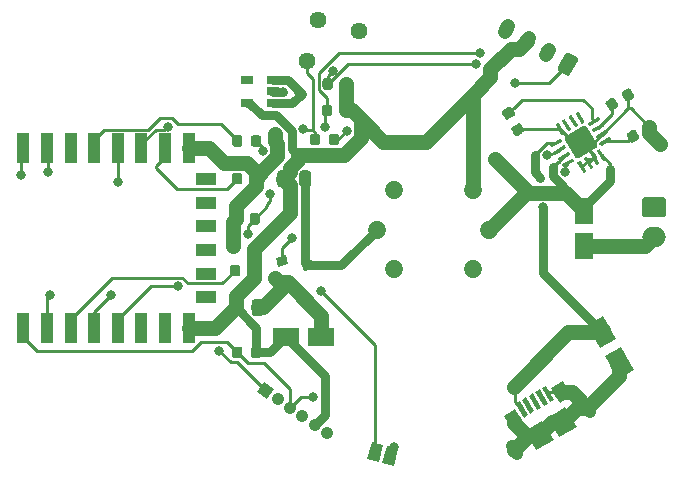
<source format=gbr>
G04 #@! TF.GenerationSoftware,KiCad,Pcbnew,(5.1.2-1)-1*
G04 #@! TF.CreationDate,2019-05-28T12:56:41-07:00*
G04 #@! TF.ProjectId,sensornode,73656e73-6f72-46e6-9f64-652e6b696361,rev?*
G04 #@! TF.SameCoordinates,Original*
G04 #@! TF.FileFunction,Copper,L1,Top*
G04 #@! TF.FilePolarity,Positive*
%FSLAX46Y46*%
G04 Gerber Fmt 4.6, Leading zero omitted, Abs format (unit mm)*
G04 Created by KiCad (PCBNEW (5.1.2-1)-1) date 2019-05-28 12:56:41*
%MOMM*%
%LPD*%
G04 APERTURE LIST*
%ADD10R,1.000000X2.500000*%
%ADD11R,1.800000X1.000000*%
%ADD12C,1.500000*%
%ADD13C,1.500000*%
%ADD14C,0.100000*%
%ADD15C,0.300000*%
%ADD16C,2.150000*%
%ADD17C,0.875000*%
%ADD18R,2.200000X1.600000*%
%ADD19O,2.000000X1.700000*%
%ADD20C,1.700000*%
%ADD21C,0.975000*%
%ADD22R,1.600000X2.200000*%
%ADD23C,1.000000*%
%ADD24C,1.000000*%
%ADD25C,1.200000*%
%ADD26C,1.200000*%
%ADD27C,1.600000*%
%ADD28C,1.150000*%
%ADD29C,1.050000*%
%ADD30C,1.050000*%
%ADD31C,1.750000*%
%ADD32C,0.400000*%
%ADD33R,1.060000X0.650000*%
%ADD34C,0.800000*%
%ADD35C,1.440000*%
%ADD36C,0.250000*%
%ADD37C,1.250000*%
%ADD38C,0.750000*%
G04 APERTURE END LIST*
D10*
X156200000Y-74530000D03*
X158200000Y-74530000D03*
X160200000Y-74530000D03*
X162200000Y-74530000D03*
X164200000Y-74530000D03*
X166200000Y-74530000D03*
X168200000Y-74530000D03*
X170200000Y-74530000D03*
D11*
X171700000Y-77130000D03*
X171700000Y-79130000D03*
X171700000Y-81130000D03*
X171700000Y-83130000D03*
X171700000Y-85130000D03*
X171700000Y-87130000D03*
D10*
X170200000Y-89730000D03*
X168200000Y-89730000D03*
X166200000Y-89730000D03*
X164200000Y-89730000D03*
X162200000Y-89730000D03*
X160200000Y-89730000D03*
X158200000Y-89730000D03*
X156200000Y-89730000D03*
D12*
X187541243Y-78041243D03*
D13*
X187541243Y-78041243D02*
X187541243Y-78041243D01*
D12*
X186150000Y-81400000D03*
D13*
X186150000Y-81400000D02*
X186150000Y-81400000D01*
D12*
X187541243Y-84758757D03*
D13*
X187541243Y-84758757D02*
X187541243Y-84758757D01*
D12*
X194258757Y-84758757D03*
D13*
X194258757Y-84758757D02*
X194258757Y-84758757D01*
D12*
X195650000Y-81400000D03*
D13*
X195650000Y-81400000D02*
X195650000Y-81400000D01*
D12*
X194258757Y-78041243D03*
D13*
X194258757Y-78041243D02*
X194258757Y-78041243D01*
D14*
G36*
X201475482Y-72383302D02*
G01*
X201482794Y-72384143D01*
X201489988Y-72385697D01*
X201496996Y-72387948D01*
X201503749Y-72390876D01*
X201510182Y-72394451D01*
X201516234Y-72398640D01*
X201521846Y-72403401D01*
X201526965Y-72408690D01*
X201531541Y-72414455D01*
X201535529Y-72420641D01*
X201998029Y-73221715D01*
X202001392Y-73228262D01*
X202004097Y-73235107D01*
X202006118Y-73242184D01*
X202007435Y-73249426D01*
X202008037Y-73256761D01*
X202007916Y-73264120D01*
X202007075Y-73271432D01*
X202005521Y-73278626D01*
X202003270Y-73285634D01*
X202000342Y-73292387D01*
X201996767Y-73298820D01*
X201992578Y-73304872D01*
X201987817Y-73310484D01*
X201982528Y-73315603D01*
X201976763Y-73320179D01*
X201970577Y-73324167D01*
X201840673Y-73399167D01*
X201834126Y-73402530D01*
X201827281Y-73405235D01*
X201820204Y-73407256D01*
X201812962Y-73408573D01*
X201805627Y-73409175D01*
X201798268Y-73409054D01*
X201790956Y-73408213D01*
X201783762Y-73406659D01*
X201776754Y-73404408D01*
X201770001Y-73401480D01*
X201763568Y-73397905D01*
X201757516Y-73393716D01*
X201751904Y-73388955D01*
X201746785Y-73383666D01*
X201742209Y-73377901D01*
X201738221Y-73371715D01*
X201275721Y-72570641D01*
X201272358Y-72564094D01*
X201269653Y-72557249D01*
X201267632Y-72550172D01*
X201266315Y-72542930D01*
X201265713Y-72535595D01*
X201265834Y-72528236D01*
X201266675Y-72520924D01*
X201268229Y-72513730D01*
X201270480Y-72506722D01*
X201273408Y-72499969D01*
X201276983Y-72493536D01*
X201281172Y-72487484D01*
X201285933Y-72481872D01*
X201291222Y-72476753D01*
X201296987Y-72472177D01*
X201303173Y-72468189D01*
X201433077Y-72393189D01*
X201439624Y-72389826D01*
X201446469Y-72387121D01*
X201453546Y-72385100D01*
X201460788Y-72383783D01*
X201468123Y-72383181D01*
X201475482Y-72383302D01*
X201475482Y-72383302D01*
G37*
D15*
X201636875Y-72896178D03*
D14*
G36*
X202038399Y-72058302D02*
G01*
X202045711Y-72059143D01*
X202052905Y-72060697D01*
X202059913Y-72062948D01*
X202066666Y-72065876D01*
X202073099Y-72069451D01*
X202079151Y-72073640D01*
X202084763Y-72078401D01*
X202089882Y-72083690D01*
X202094458Y-72089455D01*
X202098446Y-72095641D01*
X202560946Y-72896715D01*
X202564309Y-72903262D01*
X202567014Y-72910107D01*
X202569035Y-72917184D01*
X202570352Y-72924426D01*
X202570954Y-72931761D01*
X202570833Y-72939120D01*
X202569992Y-72946432D01*
X202568438Y-72953626D01*
X202566187Y-72960634D01*
X202563259Y-72967387D01*
X202559684Y-72973820D01*
X202555495Y-72979872D01*
X202550734Y-72985484D01*
X202545445Y-72990603D01*
X202539680Y-72995179D01*
X202533494Y-72999167D01*
X202403590Y-73074167D01*
X202397043Y-73077530D01*
X202390198Y-73080235D01*
X202383121Y-73082256D01*
X202375879Y-73083573D01*
X202368544Y-73084175D01*
X202361185Y-73084054D01*
X202353873Y-73083213D01*
X202346679Y-73081659D01*
X202339671Y-73079408D01*
X202332918Y-73076480D01*
X202326485Y-73072905D01*
X202320433Y-73068716D01*
X202314821Y-73063955D01*
X202309702Y-73058666D01*
X202305126Y-73052901D01*
X202301138Y-73046715D01*
X201838638Y-72245641D01*
X201835275Y-72239094D01*
X201832570Y-72232249D01*
X201830549Y-72225172D01*
X201829232Y-72217930D01*
X201828630Y-72210595D01*
X201828751Y-72203236D01*
X201829592Y-72195924D01*
X201831146Y-72188730D01*
X201833397Y-72181722D01*
X201836325Y-72174969D01*
X201839900Y-72168536D01*
X201844089Y-72162484D01*
X201848850Y-72156872D01*
X201854139Y-72151753D01*
X201859904Y-72147177D01*
X201866090Y-72143189D01*
X201995994Y-72068189D01*
X202002541Y-72064826D01*
X202009386Y-72062121D01*
X202016463Y-72060100D01*
X202023705Y-72058783D01*
X202031040Y-72058181D01*
X202038399Y-72058302D01*
X202038399Y-72058302D01*
G37*
D15*
X202199792Y-72571178D03*
D14*
G36*
X202601315Y-71733302D02*
G01*
X202608627Y-71734143D01*
X202615821Y-71735697D01*
X202622829Y-71737948D01*
X202629582Y-71740876D01*
X202636015Y-71744451D01*
X202642067Y-71748640D01*
X202647679Y-71753401D01*
X202652798Y-71758690D01*
X202657374Y-71764455D01*
X202661362Y-71770641D01*
X203123862Y-72571715D01*
X203127225Y-72578262D01*
X203129930Y-72585107D01*
X203131951Y-72592184D01*
X203133268Y-72599426D01*
X203133870Y-72606761D01*
X203133749Y-72614120D01*
X203132908Y-72621432D01*
X203131354Y-72628626D01*
X203129103Y-72635634D01*
X203126175Y-72642387D01*
X203122600Y-72648820D01*
X203118411Y-72654872D01*
X203113650Y-72660484D01*
X203108361Y-72665603D01*
X203102596Y-72670179D01*
X203096410Y-72674167D01*
X202966506Y-72749167D01*
X202959959Y-72752530D01*
X202953114Y-72755235D01*
X202946037Y-72757256D01*
X202938795Y-72758573D01*
X202931460Y-72759175D01*
X202924101Y-72759054D01*
X202916789Y-72758213D01*
X202909595Y-72756659D01*
X202902587Y-72754408D01*
X202895834Y-72751480D01*
X202889401Y-72747905D01*
X202883349Y-72743716D01*
X202877737Y-72738955D01*
X202872618Y-72733666D01*
X202868042Y-72727901D01*
X202864054Y-72721715D01*
X202401554Y-71920641D01*
X202398191Y-71914094D01*
X202395486Y-71907249D01*
X202393465Y-71900172D01*
X202392148Y-71892930D01*
X202391546Y-71885595D01*
X202391667Y-71878236D01*
X202392508Y-71870924D01*
X202394062Y-71863730D01*
X202396313Y-71856722D01*
X202399241Y-71849969D01*
X202402816Y-71843536D01*
X202407005Y-71837484D01*
X202411766Y-71831872D01*
X202417055Y-71826753D01*
X202422820Y-71822177D01*
X202429006Y-71818189D01*
X202558910Y-71743189D01*
X202565457Y-71739826D01*
X202572302Y-71737121D01*
X202579379Y-71735100D01*
X202586621Y-71733783D01*
X202593956Y-71733181D01*
X202601315Y-71733302D01*
X202601315Y-71733302D01*
G37*
D15*
X202762708Y-72246178D03*
D14*
G36*
X203164232Y-71408302D02*
G01*
X203171544Y-71409143D01*
X203178738Y-71410697D01*
X203185746Y-71412948D01*
X203192499Y-71415876D01*
X203198932Y-71419451D01*
X203204984Y-71423640D01*
X203210596Y-71428401D01*
X203215715Y-71433690D01*
X203220291Y-71439455D01*
X203224279Y-71445641D01*
X203686779Y-72246715D01*
X203690142Y-72253262D01*
X203692847Y-72260107D01*
X203694868Y-72267184D01*
X203696185Y-72274426D01*
X203696787Y-72281761D01*
X203696666Y-72289120D01*
X203695825Y-72296432D01*
X203694271Y-72303626D01*
X203692020Y-72310634D01*
X203689092Y-72317387D01*
X203685517Y-72323820D01*
X203681328Y-72329872D01*
X203676567Y-72335484D01*
X203671278Y-72340603D01*
X203665513Y-72345179D01*
X203659327Y-72349167D01*
X203529423Y-72424167D01*
X203522876Y-72427530D01*
X203516031Y-72430235D01*
X203508954Y-72432256D01*
X203501712Y-72433573D01*
X203494377Y-72434175D01*
X203487018Y-72434054D01*
X203479706Y-72433213D01*
X203472512Y-72431659D01*
X203465504Y-72429408D01*
X203458751Y-72426480D01*
X203452318Y-72422905D01*
X203446266Y-72418716D01*
X203440654Y-72413955D01*
X203435535Y-72408666D01*
X203430959Y-72402901D01*
X203426971Y-72396715D01*
X202964471Y-71595641D01*
X202961108Y-71589094D01*
X202958403Y-71582249D01*
X202956382Y-71575172D01*
X202955065Y-71567930D01*
X202954463Y-71560595D01*
X202954584Y-71553236D01*
X202955425Y-71545924D01*
X202956979Y-71538730D01*
X202959230Y-71531722D01*
X202962158Y-71524969D01*
X202965733Y-71518536D01*
X202969922Y-71512484D01*
X202974683Y-71506872D01*
X202979972Y-71501753D01*
X202985737Y-71497177D01*
X202991923Y-71493189D01*
X203121827Y-71418189D01*
X203128374Y-71414826D01*
X203135219Y-71412121D01*
X203142296Y-71410100D01*
X203149538Y-71408783D01*
X203156873Y-71408181D01*
X203164232Y-71408302D01*
X203164232Y-71408302D01*
G37*
D15*
X203325625Y-71921178D03*
D14*
G36*
X204871764Y-71865834D02*
G01*
X204879076Y-71866675D01*
X204886270Y-71868229D01*
X204893278Y-71870480D01*
X204900031Y-71873408D01*
X204906464Y-71876983D01*
X204912516Y-71881172D01*
X204918128Y-71885933D01*
X204923247Y-71891222D01*
X204927823Y-71896987D01*
X204931811Y-71903173D01*
X205006811Y-72033077D01*
X205010174Y-72039624D01*
X205012879Y-72046469D01*
X205014900Y-72053546D01*
X205016217Y-72060788D01*
X205016819Y-72068123D01*
X205016698Y-72075482D01*
X205015857Y-72082794D01*
X205014303Y-72089988D01*
X205012052Y-72096996D01*
X205009124Y-72103749D01*
X205005549Y-72110182D01*
X205001360Y-72116234D01*
X204996599Y-72121846D01*
X204991310Y-72126965D01*
X204985545Y-72131541D01*
X204979359Y-72135529D01*
X204178285Y-72598029D01*
X204171738Y-72601392D01*
X204164893Y-72604097D01*
X204157816Y-72606118D01*
X204150574Y-72607435D01*
X204143239Y-72608037D01*
X204135880Y-72607916D01*
X204128568Y-72607075D01*
X204121374Y-72605521D01*
X204114366Y-72603270D01*
X204107613Y-72600342D01*
X204101180Y-72596767D01*
X204095128Y-72592578D01*
X204089516Y-72587817D01*
X204084397Y-72582528D01*
X204079821Y-72576763D01*
X204075833Y-72570577D01*
X204000833Y-72440673D01*
X203997470Y-72434126D01*
X203994765Y-72427281D01*
X203992744Y-72420204D01*
X203991427Y-72412962D01*
X203990825Y-72405627D01*
X203990946Y-72398268D01*
X203991787Y-72390956D01*
X203993341Y-72383762D01*
X203995592Y-72376754D01*
X203998520Y-72370001D01*
X204002095Y-72363568D01*
X204006284Y-72357516D01*
X204011045Y-72351904D01*
X204016334Y-72346785D01*
X204022099Y-72342209D01*
X204028285Y-72338221D01*
X204829359Y-71875721D01*
X204835906Y-71872358D01*
X204842751Y-71869653D01*
X204849828Y-71867632D01*
X204857070Y-71866315D01*
X204864405Y-71865713D01*
X204871764Y-71865834D01*
X204871764Y-71865834D01*
G37*
D15*
X204503822Y-72236875D03*
D14*
G36*
X205196764Y-72428751D02*
G01*
X205204076Y-72429592D01*
X205211270Y-72431146D01*
X205218278Y-72433397D01*
X205225031Y-72436325D01*
X205231464Y-72439900D01*
X205237516Y-72444089D01*
X205243128Y-72448850D01*
X205248247Y-72454139D01*
X205252823Y-72459904D01*
X205256811Y-72466090D01*
X205331811Y-72595994D01*
X205335174Y-72602541D01*
X205337879Y-72609386D01*
X205339900Y-72616463D01*
X205341217Y-72623705D01*
X205341819Y-72631040D01*
X205341698Y-72638399D01*
X205340857Y-72645711D01*
X205339303Y-72652905D01*
X205337052Y-72659913D01*
X205334124Y-72666666D01*
X205330549Y-72673099D01*
X205326360Y-72679151D01*
X205321599Y-72684763D01*
X205316310Y-72689882D01*
X205310545Y-72694458D01*
X205304359Y-72698446D01*
X204503285Y-73160946D01*
X204496738Y-73164309D01*
X204489893Y-73167014D01*
X204482816Y-73169035D01*
X204475574Y-73170352D01*
X204468239Y-73170954D01*
X204460880Y-73170833D01*
X204453568Y-73169992D01*
X204446374Y-73168438D01*
X204439366Y-73166187D01*
X204432613Y-73163259D01*
X204426180Y-73159684D01*
X204420128Y-73155495D01*
X204414516Y-73150734D01*
X204409397Y-73145445D01*
X204404821Y-73139680D01*
X204400833Y-73133494D01*
X204325833Y-73003590D01*
X204322470Y-72997043D01*
X204319765Y-72990198D01*
X204317744Y-72983121D01*
X204316427Y-72975879D01*
X204315825Y-72968544D01*
X204315946Y-72961185D01*
X204316787Y-72953873D01*
X204318341Y-72946679D01*
X204320592Y-72939671D01*
X204323520Y-72932918D01*
X204327095Y-72926485D01*
X204331284Y-72920433D01*
X204336045Y-72914821D01*
X204341334Y-72909702D01*
X204347099Y-72905126D01*
X204353285Y-72901138D01*
X205154359Y-72438638D01*
X205160906Y-72435275D01*
X205167751Y-72432570D01*
X205174828Y-72430549D01*
X205182070Y-72429232D01*
X205189405Y-72428630D01*
X205196764Y-72428751D01*
X205196764Y-72428751D01*
G37*
D15*
X204828822Y-72799792D03*
D14*
G36*
X205521764Y-72991667D02*
G01*
X205529076Y-72992508D01*
X205536270Y-72994062D01*
X205543278Y-72996313D01*
X205550031Y-72999241D01*
X205556464Y-73002816D01*
X205562516Y-73007005D01*
X205568128Y-73011766D01*
X205573247Y-73017055D01*
X205577823Y-73022820D01*
X205581811Y-73029006D01*
X205656811Y-73158910D01*
X205660174Y-73165457D01*
X205662879Y-73172302D01*
X205664900Y-73179379D01*
X205666217Y-73186621D01*
X205666819Y-73193956D01*
X205666698Y-73201315D01*
X205665857Y-73208627D01*
X205664303Y-73215821D01*
X205662052Y-73222829D01*
X205659124Y-73229582D01*
X205655549Y-73236015D01*
X205651360Y-73242067D01*
X205646599Y-73247679D01*
X205641310Y-73252798D01*
X205635545Y-73257374D01*
X205629359Y-73261362D01*
X204828285Y-73723862D01*
X204821738Y-73727225D01*
X204814893Y-73729930D01*
X204807816Y-73731951D01*
X204800574Y-73733268D01*
X204793239Y-73733870D01*
X204785880Y-73733749D01*
X204778568Y-73732908D01*
X204771374Y-73731354D01*
X204764366Y-73729103D01*
X204757613Y-73726175D01*
X204751180Y-73722600D01*
X204745128Y-73718411D01*
X204739516Y-73713650D01*
X204734397Y-73708361D01*
X204729821Y-73702596D01*
X204725833Y-73696410D01*
X204650833Y-73566506D01*
X204647470Y-73559959D01*
X204644765Y-73553114D01*
X204642744Y-73546037D01*
X204641427Y-73538795D01*
X204640825Y-73531460D01*
X204640946Y-73524101D01*
X204641787Y-73516789D01*
X204643341Y-73509595D01*
X204645592Y-73502587D01*
X204648520Y-73495834D01*
X204652095Y-73489401D01*
X204656284Y-73483349D01*
X204661045Y-73477737D01*
X204666334Y-73472618D01*
X204672099Y-73468042D01*
X204678285Y-73464054D01*
X205479359Y-73001554D01*
X205485906Y-72998191D01*
X205492751Y-72995486D01*
X205499828Y-72993465D01*
X205507070Y-72992148D01*
X205514405Y-72991546D01*
X205521764Y-72991667D01*
X205521764Y-72991667D01*
G37*
D15*
X205153822Y-73362708D03*
D14*
G36*
X205846764Y-73554584D02*
G01*
X205854076Y-73555425D01*
X205861270Y-73556979D01*
X205868278Y-73559230D01*
X205875031Y-73562158D01*
X205881464Y-73565733D01*
X205887516Y-73569922D01*
X205893128Y-73574683D01*
X205898247Y-73579972D01*
X205902823Y-73585737D01*
X205906811Y-73591923D01*
X205981811Y-73721827D01*
X205985174Y-73728374D01*
X205987879Y-73735219D01*
X205989900Y-73742296D01*
X205991217Y-73749538D01*
X205991819Y-73756873D01*
X205991698Y-73764232D01*
X205990857Y-73771544D01*
X205989303Y-73778738D01*
X205987052Y-73785746D01*
X205984124Y-73792499D01*
X205980549Y-73798932D01*
X205976360Y-73804984D01*
X205971599Y-73810596D01*
X205966310Y-73815715D01*
X205960545Y-73820291D01*
X205954359Y-73824279D01*
X205153285Y-74286779D01*
X205146738Y-74290142D01*
X205139893Y-74292847D01*
X205132816Y-74294868D01*
X205125574Y-74296185D01*
X205118239Y-74296787D01*
X205110880Y-74296666D01*
X205103568Y-74295825D01*
X205096374Y-74294271D01*
X205089366Y-74292020D01*
X205082613Y-74289092D01*
X205076180Y-74285517D01*
X205070128Y-74281328D01*
X205064516Y-74276567D01*
X205059397Y-74271278D01*
X205054821Y-74265513D01*
X205050833Y-74259327D01*
X204975833Y-74129423D01*
X204972470Y-74122876D01*
X204969765Y-74116031D01*
X204967744Y-74108954D01*
X204966427Y-74101712D01*
X204965825Y-74094377D01*
X204965946Y-74087018D01*
X204966787Y-74079706D01*
X204968341Y-74072512D01*
X204970592Y-74065504D01*
X204973520Y-74058751D01*
X204977095Y-74052318D01*
X204981284Y-74046266D01*
X204986045Y-74040654D01*
X204991334Y-74035535D01*
X204997099Y-74030959D01*
X205003285Y-74026971D01*
X205804359Y-73564471D01*
X205810906Y-73561108D01*
X205817751Y-73558403D01*
X205824828Y-73556382D01*
X205832070Y-73555065D01*
X205839405Y-73554463D01*
X205846764Y-73554584D01*
X205846764Y-73554584D01*
G37*
D15*
X205478822Y-73925625D03*
D14*
G36*
X205001732Y-74590946D02*
G01*
X205009044Y-74591787D01*
X205016238Y-74593341D01*
X205023246Y-74595592D01*
X205029999Y-74598520D01*
X205036432Y-74602095D01*
X205042484Y-74606284D01*
X205048096Y-74611045D01*
X205053215Y-74616334D01*
X205057791Y-74622099D01*
X205061779Y-74628285D01*
X205524279Y-75429359D01*
X205527642Y-75435906D01*
X205530347Y-75442751D01*
X205532368Y-75449828D01*
X205533685Y-75457070D01*
X205534287Y-75464405D01*
X205534166Y-75471764D01*
X205533325Y-75479076D01*
X205531771Y-75486270D01*
X205529520Y-75493278D01*
X205526592Y-75500031D01*
X205523017Y-75506464D01*
X205518828Y-75512516D01*
X205514067Y-75518128D01*
X205508778Y-75523247D01*
X205503013Y-75527823D01*
X205496827Y-75531811D01*
X205366923Y-75606811D01*
X205360376Y-75610174D01*
X205353531Y-75612879D01*
X205346454Y-75614900D01*
X205339212Y-75616217D01*
X205331877Y-75616819D01*
X205324518Y-75616698D01*
X205317206Y-75615857D01*
X205310012Y-75614303D01*
X205303004Y-75612052D01*
X205296251Y-75609124D01*
X205289818Y-75605549D01*
X205283766Y-75601360D01*
X205278154Y-75596599D01*
X205273035Y-75591310D01*
X205268459Y-75585545D01*
X205264471Y-75579359D01*
X204801971Y-74778285D01*
X204798608Y-74771738D01*
X204795903Y-74764893D01*
X204793882Y-74757816D01*
X204792565Y-74750574D01*
X204791963Y-74743239D01*
X204792084Y-74735880D01*
X204792925Y-74728568D01*
X204794479Y-74721374D01*
X204796730Y-74714366D01*
X204799658Y-74707613D01*
X204803233Y-74701180D01*
X204807422Y-74695128D01*
X204812183Y-74689516D01*
X204817472Y-74684397D01*
X204823237Y-74679821D01*
X204829423Y-74675833D01*
X204959327Y-74600833D01*
X204965874Y-74597470D01*
X204972719Y-74594765D01*
X204979796Y-74592744D01*
X204987038Y-74591427D01*
X204994373Y-74590825D01*
X205001732Y-74590946D01*
X205001732Y-74590946D01*
G37*
D15*
X205163125Y-75103822D03*
D14*
G36*
X204438815Y-74915946D02*
G01*
X204446127Y-74916787D01*
X204453321Y-74918341D01*
X204460329Y-74920592D01*
X204467082Y-74923520D01*
X204473515Y-74927095D01*
X204479567Y-74931284D01*
X204485179Y-74936045D01*
X204490298Y-74941334D01*
X204494874Y-74947099D01*
X204498862Y-74953285D01*
X204961362Y-75754359D01*
X204964725Y-75760906D01*
X204967430Y-75767751D01*
X204969451Y-75774828D01*
X204970768Y-75782070D01*
X204971370Y-75789405D01*
X204971249Y-75796764D01*
X204970408Y-75804076D01*
X204968854Y-75811270D01*
X204966603Y-75818278D01*
X204963675Y-75825031D01*
X204960100Y-75831464D01*
X204955911Y-75837516D01*
X204951150Y-75843128D01*
X204945861Y-75848247D01*
X204940096Y-75852823D01*
X204933910Y-75856811D01*
X204804006Y-75931811D01*
X204797459Y-75935174D01*
X204790614Y-75937879D01*
X204783537Y-75939900D01*
X204776295Y-75941217D01*
X204768960Y-75941819D01*
X204761601Y-75941698D01*
X204754289Y-75940857D01*
X204747095Y-75939303D01*
X204740087Y-75937052D01*
X204733334Y-75934124D01*
X204726901Y-75930549D01*
X204720849Y-75926360D01*
X204715237Y-75921599D01*
X204710118Y-75916310D01*
X204705542Y-75910545D01*
X204701554Y-75904359D01*
X204239054Y-75103285D01*
X204235691Y-75096738D01*
X204232986Y-75089893D01*
X204230965Y-75082816D01*
X204229648Y-75075574D01*
X204229046Y-75068239D01*
X204229167Y-75060880D01*
X204230008Y-75053568D01*
X204231562Y-75046374D01*
X204233813Y-75039366D01*
X204236741Y-75032613D01*
X204240316Y-75026180D01*
X204244505Y-75020128D01*
X204249266Y-75014516D01*
X204254555Y-75009397D01*
X204260320Y-75004821D01*
X204266506Y-75000833D01*
X204396410Y-74925833D01*
X204402957Y-74922470D01*
X204409802Y-74919765D01*
X204416879Y-74917744D01*
X204424121Y-74916427D01*
X204431456Y-74915825D01*
X204438815Y-74915946D01*
X204438815Y-74915946D01*
G37*
D15*
X204600208Y-75428822D03*
D14*
G36*
X203875899Y-75240946D02*
G01*
X203883211Y-75241787D01*
X203890405Y-75243341D01*
X203897413Y-75245592D01*
X203904166Y-75248520D01*
X203910599Y-75252095D01*
X203916651Y-75256284D01*
X203922263Y-75261045D01*
X203927382Y-75266334D01*
X203931958Y-75272099D01*
X203935946Y-75278285D01*
X204398446Y-76079359D01*
X204401809Y-76085906D01*
X204404514Y-76092751D01*
X204406535Y-76099828D01*
X204407852Y-76107070D01*
X204408454Y-76114405D01*
X204408333Y-76121764D01*
X204407492Y-76129076D01*
X204405938Y-76136270D01*
X204403687Y-76143278D01*
X204400759Y-76150031D01*
X204397184Y-76156464D01*
X204392995Y-76162516D01*
X204388234Y-76168128D01*
X204382945Y-76173247D01*
X204377180Y-76177823D01*
X204370994Y-76181811D01*
X204241090Y-76256811D01*
X204234543Y-76260174D01*
X204227698Y-76262879D01*
X204220621Y-76264900D01*
X204213379Y-76266217D01*
X204206044Y-76266819D01*
X204198685Y-76266698D01*
X204191373Y-76265857D01*
X204184179Y-76264303D01*
X204177171Y-76262052D01*
X204170418Y-76259124D01*
X204163985Y-76255549D01*
X204157933Y-76251360D01*
X204152321Y-76246599D01*
X204147202Y-76241310D01*
X204142626Y-76235545D01*
X204138638Y-76229359D01*
X203676138Y-75428285D01*
X203672775Y-75421738D01*
X203670070Y-75414893D01*
X203668049Y-75407816D01*
X203666732Y-75400574D01*
X203666130Y-75393239D01*
X203666251Y-75385880D01*
X203667092Y-75378568D01*
X203668646Y-75371374D01*
X203670897Y-75364366D01*
X203673825Y-75357613D01*
X203677400Y-75351180D01*
X203681589Y-75345128D01*
X203686350Y-75339516D01*
X203691639Y-75334397D01*
X203697404Y-75329821D01*
X203703590Y-75325833D01*
X203833494Y-75250833D01*
X203840041Y-75247470D01*
X203846886Y-75244765D01*
X203853963Y-75242744D01*
X203861205Y-75241427D01*
X203868540Y-75240825D01*
X203875899Y-75240946D01*
X203875899Y-75240946D01*
G37*
D15*
X204037292Y-75753822D03*
D14*
G36*
X203312982Y-75565946D02*
G01*
X203320294Y-75566787D01*
X203327488Y-75568341D01*
X203334496Y-75570592D01*
X203341249Y-75573520D01*
X203347682Y-75577095D01*
X203353734Y-75581284D01*
X203359346Y-75586045D01*
X203364465Y-75591334D01*
X203369041Y-75597099D01*
X203373029Y-75603285D01*
X203835529Y-76404359D01*
X203838892Y-76410906D01*
X203841597Y-76417751D01*
X203843618Y-76424828D01*
X203844935Y-76432070D01*
X203845537Y-76439405D01*
X203845416Y-76446764D01*
X203844575Y-76454076D01*
X203843021Y-76461270D01*
X203840770Y-76468278D01*
X203837842Y-76475031D01*
X203834267Y-76481464D01*
X203830078Y-76487516D01*
X203825317Y-76493128D01*
X203820028Y-76498247D01*
X203814263Y-76502823D01*
X203808077Y-76506811D01*
X203678173Y-76581811D01*
X203671626Y-76585174D01*
X203664781Y-76587879D01*
X203657704Y-76589900D01*
X203650462Y-76591217D01*
X203643127Y-76591819D01*
X203635768Y-76591698D01*
X203628456Y-76590857D01*
X203621262Y-76589303D01*
X203614254Y-76587052D01*
X203607501Y-76584124D01*
X203601068Y-76580549D01*
X203595016Y-76576360D01*
X203589404Y-76571599D01*
X203584285Y-76566310D01*
X203579709Y-76560545D01*
X203575721Y-76554359D01*
X203113221Y-75753285D01*
X203109858Y-75746738D01*
X203107153Y-75739893D01*
X203105132Y-75732816D01*
X203103815Y-75725574D01*
X203103213Y-75718239D01*
X203103334Y-75710880D01*
X203104175Y-75703568D01*
X203105729Y-75696374D01*
X203107980Y-75689366D01*
X203110908Y-75682613D01*
X203114483Y-75676180D01*
X203118672Y-75670128D01*
X203123433Y-75664516D01*
X203128722Y-75659397D01*
X203134487Y-75654821D01*
X203140673Y-75650833D01*
X203270577Y-75575833D01*
X203277124Y-75572470D01*
X203283969Y-75569765D01*
X203291046Y-75567744D01*
X203298288Y-75566427D01*
X203305623Y-75565825D01*
X203312982Y-75565946D01*
X203312982Y-75565946D01*
G37*
D15*
X203474375Y-76078822D03*
D14*
G36*
X202664120Y-75392084D02*
G01*
X202671432Y-75392925D01*
X202678626Y-75394479D01*
X202685634Y-75396730D01*
X202692387Y-75399658D01*
X202698820Y-75403233D01*
X202704872Y-75407422D01*
X202710484Y-75412183D01*
X202715603Y-75417472D01*
X202720179Y-75423237D01*
X202724167Y-75429423D01*
X202799167Y-75559327D01*
X202802530Y-75565874D01*
X202805235Y-75572719D01*
X202807256Y-75579796D01*
X202808573Y-75587038D01*
X202809175Y-75594373D01*
X202809054Y-75601732D01*
X202808213Y-75609044D01*
X202806659Y-75616238D01*
X202804408Y-75623246D01*
X202801480Y-75629999D01*
X202797905Y-75636432D01*
X202793716Y-75642484D01*
X202788955Y-75648096D01*
X202783666Y-75653215D01*
X202777901Y-75657791D01*
X202771715Y-75661779D01*
X201970641Y-76124279D01*
X201964094Y-76127642D01*
X201957249Y-76130347D01*
X201950172Y-76132368D01*
X201942930Y-76133685D01*
X201935595Y-76134287D01*
X201928236Y-76134166D01*
X201920924Y-76133325D01*
X201913730Y-76131771D01*
X201906722Y-76129520D01*
X201899969Y-76126592D01*
X201893536Y-76123017D01*
X201887484Y-76118828D01*
X201881872Y-76114067D01*
X201876753Y-76108778D01*
X201872177Y-76103013D01*
X201868189Y-76096827D01*
X201793189Y-75966923D01*
X201789826Y-75960376D01*
X201787121Y-75953531D01*
X201785100Y-75946454D01*
X201783783Y-75939212D01*
X201783181Y-75931877D01*
X201783302Y-75924518D01*
X201784143Y-75917206D01*
X201785697Y-75910012D01*
X201787948Y-75903004D01*
X201790876Y-75896251D01*
X201794451Y-75889818D01*
X201798640Y-75883766D01*
X201803401Y-75878154D01*
X201808690Y-75873035D01*
X201814455Y-75868459D01*
X201820641Y-75864471D01*
X202621715Y-75401971D01*
X202628262Y-75398608D01*
X202635107Y-75395903D01*
X202642184Y-75393882D01*
X202649426Y-75392565D01*
X202656761Y-75391963D01*
X202664120Y-75392084D01*
X202664120Y-75392084D01*
G37*
D15*
X202296178Y-75763125D03*
D14*
G36*
X202339120Y-74829167D02*
G01*
X202346432Y-74830008D01*
X202353626Y-74831562D01*
X202360634Y-74833813D01*
X202367387Y-74836741D01*
X202373820Y-74840316D01*
X202379872Y-74844505D01*
X202385484Y-74849266D01*
X202390603Y-74854555D01*
X202395179Y-74860320D01*
X202399167Y-74866506D01*
X202474167Y-74996410D01*
X202477530Y-75002957D01*
X202480235Y-75009802D01*
X202482256Y-75016879D01*
X202483573Y-75024121D01*
X202484175Y-75031456D01*
X202484054Y-75038815D01*
X202483213Y-75046127D01*
X202481659Y-75053321D01*
X202479408Y-75060329D01*
X202476480Y-75067082D01*
X202472905Y-75073515D01*
X202468716Y-75079567D01*
X202463955Y-75085179D01*
X202458666Y-75090298D01*
X202452901Y-75094874D01*
X202446715Y-75098862D01*
X201645641Y-75561362D01*
X201639094Y-75564725D01*
X201632249Y-75567430D01*
X201625172Y-75569451D01*
X201617930Y-75570768D01*
X201610595Y-75571370D01*
X201603236Y-75571249D01*
X201595924Y-75570408D01*
X201588730Y-75568854D01*
X201581722Y-75566603D01*
X201574969Y-75563675D01*
X201568536Y-75560100D01*
X201562484Y-75555911D01*
X201556872Y-75551150D01*
X201551753Y-75545861D01*
X201547177Y-75540096D01*
X201543189Y-75533910D01*
X201468189Y-75404006D01*
X201464826Y-75397459D01*
X201462121Y-75390614D01*
X201460100Y-75383537D01*
X201458783Y-75376295D01*
X201458181Y-75368960D01*
X201458302Y-75361601D01*
X201459143Y-75354289D01*
X201460697Y-75347095D01*
X201462948Y-75340087D01*
X201465876Y-75333334D01*
X201469451Y-75326901D01*
X201473640Y-75320849D01*
X201478401Y-75315237D01*
X201483690Y-75310118D01*
X201489455Y-75305542D01*
X201495641Y-75301554D01*
X202296715Y-74839054D01*
X202303262Y-74835691D01*
X202310107Y-74832986D01*
X202317184Y-74830965D01*
X202324426Y-74829648D01*
X202331761Y-74829046D01*
X202339120Y-74829167D01*
X202339120Y-74829167D01*
G37*
D15*
X201971178Y-75200208D03*
D14*
G36*
X202014120Y-74266251D02*
G01*
X202021432Y-74267092D01*
X202028626Y-74268646D01*
X202035634Y-74270897D01*
X202042387Y-74273825D01*
X202048820Y-74277400D01*
X202054872Y-74281589D01*
X202060484Y-74286350D01*
X202065603Y-74291639D01*
X202070179Y-74297404D01*
X202074167Y-74303590D01*
X202149167Y-74433494D01*
X202152530Y-74440041D01*
X202155235Y-74446886D01*
X202157256Y-74453963D01*
X202158573Y-74461205D01*
X202159175Y-74468540D01*
X202159054Y-74475899D01*
X202158213Y-74483211D01*
X202156659Y-74490405D01*
X202154408Y-74497413D01*
X202151480Y-74504166D01*
X202147905Y-74510599D01*
X202143716Y-74516651D01*
X202138955Y-74522263D01*
X202133666Y-74527382D01*
X202127901Y-74531958D01*
X202121715Y-74535946D01*
X201320641Y-74998446D01*
X201314094Y-75001809D01*
X201307249Y-75004514D01*
X201300172Y-75006535D01*
X201292930Y-75007852D01*
X201285595Y-75008454D01*
X201278236Y-75008333D01*
X201270924Y-75007492D01*
X201263730Y-75005938D01*
X201256722Y-75003687D01*
X201249969Y-75000759D01*
X201243536Y-74997184D01*
X201237484Y-74992995D01*
X201231872Y-74988234D01*
X201226753Y-74982945D01*
X201222177Y-74977180D01*
X201218189Y-74970994D01*
X201143189Y-74841090D01*
X201139826Y-74834543D01*
X201137121Y-74827698D01*
X201135100Y-74820621D01*
X201133783Y-74813379D01*
X201133181Y-74806044D01*
X201133302Y-74798685D01*
X201134143Y-74791373D01*
X201135697Y-74784179D01*
X201137948Y-74777171D01*
X201140876Y-74770418D01*
X201144451Y-74763985D01*
X201148640Y-74757933D01*
X201153401Y-74752321D01*
X201158690Y-74747202D01*
X201164455Y-74742626D01*
X201170641Y-74738638D01*
X201971715Y-74276138D01*
X201978262Y-74272775D01*
X201985107Y-74270070D01*
X201992184Y-74268049D01*
X201999426Y-74266732D01*
X202006761Y-74266130D01*
X202014120Y-74266251D01*
X202014120Y-74266251D01*
G37*
D15*
X201646178Y-74637292D03*
D14*
G36*
X201689120Y-73703334D02*
G01*
X201696432Y-73704175D01*
X201703626Y-73705729D01*
X201710634Y-73707980D01*
X201717387Y-73710908D01*
X201723820Y-73714483D01*
X201729872Y-73718672D01*
X201735484Y-73723433D01*
X201740603Y-73728722D01*
X201745179Y-73734487D01*
X201749167Y-73740673D01*
X201824167Y-73870577D01*
X201827530Y-73877124D01*
X201830235Y-73883969D01*
X201832256Y-73891046D01*
X201833573Y-73898288D01*
X201834175Y-73905623D01*
X201834054Y-73912982D01*
X201833213Y-73920294D01*
X201831659Y-73927488D01*
X201829408Y-73934496D01*
X201826480Y-73941249D01*
X201822905Y-73947682D01*
X201818716Y-73953734D01*
X201813955Y-73959346D01*
X201808666Y-73964465D01*
X201802901Y-73969041D01*
X201796715Y-73973029D01*
X200995641Y-74435529D01*
X200989094Y-74438892D01*
X200982249Y-74441597D01*
X200975172Y-74443618D01*
X200967930Y-74444935D01*
X200960595Y-74445537D01*
X200953236Y-74445416D01*
X200945924Y-74444575D01*
X200938730Y-74443021D01*
X200931722Y-74440770D01*
X200924969Y-74437842D01*
X200918536Y-74434267D01*
X200912484Y-74430078D01*
X200906872Y-74425317D01*
X200901753Y-74420028D01*
X200897177Y-74414263D01*
X200893189Y-74408077D01*
X200818189Y-74278173D01*
X200814826Y-74271626D01*
X200812121Y-74264781D01*
X200810100Y-74257704D01*
X200808783Y-74250462D01*
X200808181Y-74243127D01*
X200808302Y-74235768D01*
X200809143Y-74228456D01*
X200810697Y-74221262D01*
X200812948Y-74214254D01*
X200815876Y-74207501D01*
X200819451Y-74201068D01*
X200823640Y-74195016D01*
X200828401Y-74189404D01*
X200833690Y-74184285D01*
X200839455Y-74179709D01*
X200845641Y-74175721D01*
X201646715Y-73713221D01*
X201653262Y-73709858D01*
X201660107Y-73707153D01*
X201667184Y-73705132D01*
X201674426Y-73703815D01*
X201681761Y-73703213D01*
X201689120Y-73703334D01*
X201689120Y-73703334D01*
G37*
D15*
X201321178Y-74074375D03*
D14*
G36*
X203718322Y-72623564D02*
G01*
X203742695Y-72626368D01*
X203766675Y-72631547D01*
X203790033Y-72639052D01*
X203812543Y-72648811D01*
X203833987Y-72660728D01*
X203854161Y-72674690D01*
X203872868Y-72690563D01*
X203889930Y-72708192D01*
X203905182Y-72727409D01*
X203918476Y-72748028D01*
X204743477Y-74176971D01*
X204754687Y-74198795D01*
X204763704Y-74221611D01*
X204770440Y-74245202D01*
X204774832Y-74269340D01*
X204776837Y-74293791D01*
X204776436Y-74318322D01*
X204773632Y-74342695D01*
X204768453Y-74366675D01*
X204760948Y-74390033D01*
X204751189Y-74412543D01*
X204739272Y-74433987D01*
X204725310Y-74454161D01*
X204709437Y-74472868D01*
X204691808Y-74489930D01*
X204672591Y-74505182D01*
X204651972Y-74518476D01*
X203223029Y-75343477D01*
X203201205Y-75354687D01*
X203178389Y-75363704D01*
X203154798Y-75370440D01*
X203130660Y-75374832D01*
X203106209Y-75376837D01*
X203081678Y-75376436D01*
X203057305Y-75373632D01*
X203033325Y-75368453D01*
X203009967Y-75360948D01*
X202987457Y-75351189D01*
X202966013Y-75339272D01*
X202945839Y-75325310D01*
X202927132Y-75309437D01*
X202910070Y-75291808D01*
X202894818Y-75272591D01*
X202881524Y-75251972D01*
X202056523Y-73823029D01*
X202045313Y-73801205D01*
X202036296Y-73778389D01*
X202029560Y-73754798D01*
X202025168Y-73730660D01*
X202023163Y-73706209D01*
X202023564Y-73681678D01*
X202026368Y-73657305D01*
X202031547Y-73633325D01*
X202039052Y-73609967D01*
X202048811Y-73587457D01*
X202060728Y-73566013D01*
X202074690Y-73545839D01*
X202090563Y-73527132D01*
X202108192Y-73510070D01*
X202127409Y-73494818D01*
X202148028Y-73481524D01*
X203576971Y-72656523D01*
X203598795Y-72645313D01*
X203621611Y-72636296D01*
X203645202Y-72629560D01*
X203669340Y-72625168D01*
X203693791Y-72623163D01*
X203718322Y-72623564D01*
X203718322Y-72623564D01*
G37*
D16*
X203400000Y-74000000D03*
D14*
G36*
X198180601Y-72396145D02*
G01*
X198201927Y-72398599D01*
X198222911Y-72403131D01*
X198243349Y-72409698D01*
X198263045Y-72418236D01*
X198281809Y-72428664D01*
X198299461Y-72440881D01*
X198315830Y-72454769D01*
X198330759Y-72470195D01*
X198344104Y-72487010D01*
X198355737Y-72505052D01*
X198574487Y-72883938D01*
X198584295Y-72903033D01*
X198592185Y-72922998D01*
X198598080Y-72943640D01*
X198601923Y-72964760D01*
X198603677Y-72986156D01*
X198603326Y-73007620D01*
X198600872Y-73028946D01*
X198596340Y-73049930D01*
X198589773Y-73070368D01*
X198581235Y-73090064D01*
X198570807Y-73108828D01*
X198558590Y-73126480D01*
X198544702Y-73142849D01*
X198529276Y-73157778D01*
X198512461Y-73171123D01*
X198494419Y-73182756D01*
X198050581Y-73439006D01*
X198031486Y-73448814D01*
X198011521Y-73456704D01*
X197990879Y-73462599D01*
X197969759Y-73466442D01*
X197948363Y-73468196D01*
X197926899Y-73467845D01*
X197905573Y-73465391D01*
X197884589Y-73460859D01*
X197864151Y-73454292D01*
X197844455Y-73445754D01*
X197825691Y-73435326D01*
X197808039Y-73423109D01*
X197791670Y-73409221D01*
X197776741Y-73393795D01*
X197763396Y-73376980D01*
X197751763Y-73358938D01*
X197533013Y-72980052D01*
X197523205Y-72960957D01*
X197515315Y-72940992D01*
X197509420Y-72920350D01*
X197505577Y-72899230D01*
X197503823Y-72877834D01*
X197504174Y-72856370D01*
X197506628Y-72835044D01*
X197511160Y-72814060D01*
X197517727Y-72793622D01*
X197526265Y-72773926D01*
X197536693Y-72755162D01*
X197548910Y-72737510D01*
X197562798Y-72721141D01*
X197578224Y-72706212D01*
X197595039Y-72692867D01*
X197613081Y-72681234D01*
X198056919Y-72424984D01*
X198076014Y-72415176D01*
X198095979Y-72407286D01*
X198116621Y-72401391D01*
X198137741Y-72397548D01*
X198159137Y-72395794D01*
X198180601Y-72396145D01*
X198180601Y-72396145D01*
G37*
D17*
X198053750Y-72931995D03*
D14*
G36*
X197393101Y-71032155D02*
G01*
X197414427Y-71034609D01*
X197435411Y-71039141D01*
X197455849Y-71045708D01*
X197475545Y-71054246D01*
X197494309Y-71064674D01*
X197511961Y-71076891D01*
X197528330Y-71090779D01*
X197543259Y-71106205D01*
X197556604Y-71123020D01*
X197568237Y-71141062D01*
X197786987Y-71519948D01*
X197796795Y-71539043D01*
X197804685Y-71559008D01*
X197810580Y-71579650D01*
X197814423Y-71600770D01*
X197816177Y-71622166D01*
X197815826Y-71643630D01*
X197813372Y-71664956D01*
X197808840Y-71685940D01*
X197802273Y-71706378D01*
X197793735Y-71726074D01*
X197783307Y-71744838D01*
X197771090Y-71762490D01*
X197757202Y-71778859D01*
X197741776Y-71793788D01*
X197724961Y-71807133D01*
X197706919Y-71818766D01*
X197263081Y-72075016D01*
X197243986Y-72084824D01*
X197224021Y-72092714D01*
X197203379Y-72098609D01*
X197182259Y-72102452D01*
X197160863Y-72104206D01*
X197139399Y-72103855D01*
X197118073Y-72101401D01*
X197097089Y-72096869D01*
X197076651Y-72090302D01*
X197056955Y-72081764D01*
X197038191Y-72071336D01*
X197020539Y-72059119D01*
X197004170Y-72045231D01*
X196989241Y-72029805D01*
X196975896Y-72012990D01*
X196964263Y-71994948D01*
X196745513Y-71616062D01*
X196735705Y-71596967D01*
X196727815Y-71577002D01*
X196721920Y-71556360D01*
X196718077Y-71535240D01*
X196716323Y-71513844D01*
X196716674Y-71492380D01*
X196719128Y-71471054D01*
X196723660Y-71450070D01*
X196730227Y-71429632D01*
X196738765Y-71409936D01*
X196749193Y-71391172D01*
X196761410Y-71373520D01*
X196775298Y-71357151D01*
X196790724Y-71342222D01*
X196807539Y-71328877D01*
X196825581Y-71317244D01*
X197269419Y-71060994D01*
X197288514Y-71051186D01*
X197308479Y-71043296D01*
X197329121Y-71037401D01*
X197350241Y-71033558D01*
X197371637Y-71031804D01*
X197393101Y-71032155D01*
X197393101Y-71032155D01*
G37*
D17*
X197266250Y-71568005D03*
D18*
X181400000Y-90500000D03*
X178400000Y-90500000D03*
D19*
X209600000Y-82000000D03*
D14*
G36*
X210374504Y-78651204D02*
G01*
X210398773Y-78654804D01*
X210422571Y-78660765D01*
X210445671Y-78669030D01*
X210467849Y-78679520D01*
X210488893Y-78692133D01*
X210508598Y-78706747D01*
X210526777Y-78723223D01*
X210543253Y-78741402D01*
X210557867Y-78761107D01*
X210570480Y-78782151D01*
X210580970Y-78804329D01*
X210589235Y-78827429D01*
X210595196Y-78851227D01*
X210598796Y-78875496D01*
X210600000Y-78900000D01*
X210600000Y-80100000D01*
X210598796Y-80124504D01*
X210595196Y-80148773D01*
X210589235Y-80172571D01*
X210580970Y-80195671D01*
X210570480Y-80217849D01*
X210557867Y-80238893D01*
X210543253Y-80258598D01*
X210526777Y-80276777D01*
X210508598Y-80293253D01*
X210488893Y-80307867D01*
X210467849Y-80320480D01*
X210445671Y-80330970D01*
X210422571Y-80339235D01*
X210398773Y-80345196D01*
X210374504Y-80348796D01*
X210350000Y-80350000D01*
X208850000Y-80350000D01*
X208825496Y-80348796D01*
X208801227Y-80345196D01*
X208777429Y-80339235D01*
X208754329Y-80330970D01*
X208732151Y-80320480D01*
X208711107Y-80307867D01*
X208691402Y-80293253D01*
X208673223Y-80276777D01*
X208656747Y-80258598D01*
X208642133Y-80238893D01*
X208629520Y-80217849D01*
X208619030Y-80195671D01*
X208610765Y-80172571D01*
X208604804Y-80148773D01*
X208601204Y-80124504D01*
X208600000Y-80100000D01*
X208600000Y-78900000D01*
X208601204Y-78875496D01*
X208604804Y-78851227D01*
X208610765Y-78827429D01*
X208619030Y-78804329D01*
X208629520Y-78782151D01*
X208642133Y-78761107D01*
X208656747Y-78741402D01*
X208673223Y-78723223D01*
X208691402Y-78706747D01*
X208711107Y-78692133D01*
X208732151Y-78679520D01*
X208754329Y-78669030D01*
X208777429Y-78660765D01*
X208801227Y-78654804D01*
X208825496Y-78651204D01*
X208850000Y-78650000D01*
X210350000Y-78650000D01*
X210374504Y-78651204D01*
X210374504Y-78651204D01*
G37*
D20*
X209600000Y-79500000D03*
D14*
G36*
X176127691Y-73426053D02*
G01*
X176148926Y-73429203D01*
X176169750Y-73434419D01*
X176189962Y-73441651D01*
X176209368Y-73450830D01*
X176227781Y-73461866D01*
X176245024Y-73474654D01*
X176260930Y-73489070D01*
X176275346Y-73504976D01*
X176288134Y-73522219D01*
X176299170Y-73540632D01*
X176308349Y-73560038D01*
X176315581Y-73580250D01*
X176320797Y-73601074D01*
X176323947Y-73622309D01*
X176325000Y-73643750D01*
X176325000Y-74156250D01*
X176323947Y-74177691D01*
X176320797Y-74198926D01*
X176315581Y-74219750D01*
X176308349Y-74239962D01*
X176299170Y-74259368D01*
X176288134Y-74277781D01*
X176275346Y-74295024D01*
X176260930Y-74310930D01*
X176245024Y-74325346D01*
X176227781Y-74338134D01*
X176209368Y-74349170D01*
X176189962Y-74358349D01*
X176169750Y-74365581D01*
X176148926Y-74370797D01*
X176127691Y-74373947D01*
X176106250Y-74375000D01*
X175668750Y-74375000D01*
X175647309Y-74373947D01*
X175626074Y-74370797D01*
X175605250Y-74365581D01*
X175585038Y-74358349D01*
X175565632Y-74349170D01*
X175547219Y-74338134D01*
X175529976Y-74325346D01*
X175514070Y-74310930D01*
X175499654Y-74295024D01*
X175486866Y-74277781D01*
X175475830Y-74259368D01*
X175466651Y-74239962D01*
X175459419Y-74219750D01*
X175454203Y-74198926D01*
X175451053Y-74177691D01*
X175450000Y-74156250D01*
X175450000Y-73643750D01*
X175451053Y-73622309D01*
X175454203Y-73601074D01*
X175459419Y-73580250D01*
X175466651Y-73560038D01*
X175475830Y-73540632D01*
X175486866Y-73522219D01*
X175499654Y-73504976D01*
X175514070Y-73489070D01*
X175529976Y-73474654D01*
X175547219Y-73461866D01*
X175565632Y-73450830D01*
X175585038Y-73441651D01*
X175605250Y-73434419D01*
X175626074Y-73429203D01*
X175647309Y-73426053D01*
X175668750Y-73425000D01*
X176106250Y-73425000D01*
X176127691Y-73426053D01*
X176127691Y-73426053D01*
G37*
D17*
X175887500Y-73900000D03*
D14*
G36*
X174552691Y-73426053D02*
G01*
X174573926Y-73429203D01*
X174594750Y-73434419D01*
X174614962Y-73441651D01*
X174634368Y-73450830D01*
X174652781Y-73461866D01*
X174670024Y-73474654D01*
X174685930Y-73489070D01*
X174700346Y-73504976D01*
X174713134Y-73522219D01*
X174724170Y-73540632D01*
X174733349Y-73560038D01*
X174740581Y-73580250D01*
X174745797Y-73601074D01*
X174748947Y-73622309D01*
X174750000Y-73643750D01*
X174750000Y-74156250D01*
X174748947Y-74177691D01*
X174745797Y-74198926D01*
X174740581Y-74219750D01*
X174733349Y-74239962D01*
X174724170Y-74259368D01*
X174713134Y-74277781D01*
X174700346Y-74295024D01*
X174685930Y-74310930D01*
X174670024Y-74325346D01*
X174652781Y-74338134D01*
X174634368Y-74349170D01*
X174614962Y-74358349D01*
X174594750Y-74365581D01*
X174573926Y-74370797D01*
X174552691Y-74373947D01*
X174531250Y-74375000D01*
X174093750Y-74375000D01*
X174072309Y-74373947D01*
X174051074Y-74370797D01*
X174030250Y-74365581D01*
X174010038Y-74358349D01*
X173990632Y-74349170D01*
X173972219Y-74338134D01*
X173954976Y-74325346D01*
X173939070Y-74310930D01*
X173924654Y-74295024D01*
X173911866Y-74277781D01*
X173900830Y-74259368D01*
X173891651Y-74239962D01*
X173884419Y-74219750D01*
X173879203Y-74198926D01*
X173876053Y-74177691D01*
X173875000Y-74156250D01*
X173875000Y-73643750D01*
X173876053Y-73622309D01*
X173879203Y-73601074D01*
X173884419Y-73580250D01*
X173891651Y-73560038D01*
X173900830Y-73540632D01*
X173911866Y-73522219D01*
X173924654Y-73504976D01*
X173939070Y-73489070D01*
X173954976Y-73474654D01*
X173972219Y-73461866D01*
X173990632Y-73450830D01*
X174010038Y-73441651D01*
X174030250Y-73434419D01*
X174051074Y-73429203D01*
X174072309Y-73426053D01*
X174093750Y-73425000D01*
X174531250Y-73425000D01*
X174552691Y-73426053D01*
X174552691Y-73426053D01*
G37*
D17*
X174312500Y-73900000D03*
D14*
G36*
X176027691Y-80026053D02*
G01*
X176048926Y-80029203D01*
X176069750Y-80034419D01*
X176089962Y-80041651D01*
X176109368Y-80050830D01*
X176127781Y-80061866D01*
X176145024Y-80074654D01*
X176160930Y-80089070D01*
X176175346Y-80104976D01*
X176188134Y-80122219D01*
X176199170Y-80140632D01*
X176208349Y-80160038D01*
X176215581Y-80180250D01*
X176220797Y-80201074D01*
X176223947Y-80222309D01*
X176225000Y-80243750D01*
X176225000Y-80756250D01*
X176223947Y-80777691D01*
X176220797Y-80798926D01*
X176215581Y-80819750D01*
X176208349Y-80839962D01*
X176199170Y-80859368D01*
X176188134Y-80877781D01*
X176175346Y-80895024D01*
X176160930Y-80910930D01*
X176145024Y-80925346D01*
X176127781Y-80938134D01*
X176109368Y-80949170D01*
X176089962Y-80958349D01*
X176069750Y-80965581D01*
X176048926Y-80970797D01*
X176027691Y-80973947D01*
X176006250Y-80975000D01*
X175568750Y-80975000D01*
X175547309Y-80973947D01*
X175526074Y-80970797D01*
X175505250Y-80965581D01*
X175485038Y-80958349D01*
X175465632Y-80949170D01*
X175447219Y-80938134D01*
X175429976Y-80925346D01*
X175414070Y-80910930D01*
X175399654Y-80895024D01*
X175386866Y-80877781D01*
X175375830Y-80859368D01*
X175366651Y-80839962D01*
X175359419Y-80819750D01*
X175354203Y-80798926D01*
X175351053Y-80777691D01*
X175350000Y-80756250D01*
X175350000Y-80243750D01*
X175351053Y-80222309D01*
X175354203Y-80201074D01*
X175359419Y-80180250D01*
X175366651Y-80160038D01*
X175375830Y-80140632D01*
X175386866Y-80122219D01*
X175399654Y-80104976D01*
X175414070Y-80089070D01*
X175429976Y-80074654D01*
X175447219Y-80061866D01*
X175465632Y-80050830D01*
X175485038Y-80041651D01*
X175505250Y-80034419D01*
X175526074Y-80029203D01*
X175547309Y-80026053D01*
X175568750Y-80025000D01*
X176006250Y-80025000D01*
X176027691Y-80026053D01*
X176027691Y-80026053D01*
G37*
D17*
X175787500Y-80500000D03*
D14*
G36*
X174452691Y-80026053D02*
G01*
X174473926Y-80029203D01*
X174494750Y-80034419D01*
X174514962Y-80041651D01*
X174534368Y-80050830D01*
X174552781Y-80061866D01*
X174570024Y-80074654D01*
X174585930Y-80089070D01*
X174600346Y-80104976D01*
X174613134Y-80122219D01*
X174624170Y-80140632D01*
X174633349Y-80160038D01*
X174640581Y-80180250D01*
X174645797Y-80201074D01*
X174648947Y-80222309D01*
X174650000Y-80243750D01*
X174650000Y-80756250D01*
X174648947Y-80777691D01*
X174645797Y-80798926D01*
X174640581Y-80819750D01*
X174633349Y-80839962D01*
X174624170Y-80859368D01*
X174613134Y-80877781D01*
X174600346Y-80895024D01*
X174585930Y-80910930D01*
X174570024Y-80925346D01*
X174552781Y-80938134D01*
X174534368Y-80949170D01*
X174514962Y-80958349D01*
X174494750Y-80965581D01*
X174473926Y-80970797D01*
X174452691Y-80973947D01*
X174431250Y-80975000D01*
X173993750Y-80975000D01*
X173972309Y-80973947D01*
X173951074Y-80970797D01*
X173930250Y-80965581D01*
X173910038Y-80958349D01*
X173890632Y-80949170D01*
X173872219Y-80938134D01*
X173854976Y-80925346D01*
X173839070Y-80910930D01*
X173824654Y-80895024D01*
X173811866Y-80877781D01*
X173800830Y-80859368D01*
X173791651Y-80839962D01*
X173784419Y-80819750D01*
X173779203Y-80798926D01*
X173776053Y-80777691D01*
X173775000Y-80756250D01*
X173775000Y-80243750D01*
X173776053Y-80222309D01*
X173779203Y-80201074D01*
X173784419Y-80180250D01*
X173791651Y-80160038D01*
X173800830Y-80140632D01*
X173811866Y-80122219D01*
X173824654Y-80104976D01*
X173839070Y-80089070D01*
X173854976Y-80074654D01*
X173872219Y-80061866D01*
X173890632Y-80050830D01*
X173910038Y-80041651D01*
X173930250Y-80034419D01*
X173951074Y-80029203D01*
X173972309Y-80026053D01*
X173993750Y-80025000D01*
X174431250Y-80025000D01*
X174452691Y-80026053D01*
X174452691Y-80026053D01*
G37*
D17*
X174212500Y-80500000D03*
D14*
G36*
X209257620Y-72156674D02*
G01*
X209278946Y-72159128D01*
X209299930Y-72163660D01*
X209320368Y-72170227D01*
X209340064Y-72178765D01*
X209358828Y-72189193D01*
X209376480Y-72201410D01*
X209392849Y-72215298D01*
X209407778Y-72230724D01*
X209421123Y-72247539D01*
X209432756Y-72265581D01*
X209689006Y-72709419D01*
X209698814Y-72728514D01*
X209706704Y-72748479D01*
X209712599Y-72769121D01*
X209716442Y-72790241D01*
X209718196Y-72811637D01*
X209717845Y-72833101D01*
X209715391Y-72854427D01*
X209710859Y-72875411D01*
X209704292Y-72895849D01*
X209695754Y-72915545D01*
X209685326Y-72934309D01*
X209673109Y-72951961D01*
X209659221Y-72968330D01*
X209643795Y-72983259D01*
X209626980Y-72996604D01*
X209608938Y-73008237D01*
X209230052Y-73226987D01*
X209210957Y-73236795D01*
X209190992Y-73244685D01*
X209170350Y-73250580D01*
X209149230Y-73254423D01*
X209127834Y-73256177D01*
X209106370Y-73255826D01*
X209085044Y-73253372D01*
X209064060Y-73248840D01*
X209043622Y-73242273D01*
X209023926Y-73233735D01*
X209005162Y-73223307D01*
X208987510Y-73211090D01*
X208971141Y-73197202D01*
X208956212Y-73181776D01*
X208942867Y-73164961D01*
X208931234Y-73146919D01*
X208674984Y-72703081D01*
X208665176Y-72683986D01*
X208657286Y-72664021D01*
X208651391Y-72643379D01*
X208647548Y-72622259D01*
X208645794Y-72600863D01*
X208646145Y-72579399D01*
X208648599Y-72558073D01*
X208653131Y-72537089D01*
X208659698Y-72516651D01*
X208668236Y-72496955D01*
X208678664Y-72478191D01*
X208690881Y-72460539D01*
X208704769Y-72444170D01*
X208720195Y-72429241D01*
X208737010Y-72415896D01*
X208755052Y-72404263D01*
X209133938Y-72185513D01*
X209153033Y-72175705D01*
X209172998Y-72167815D01*
X209193640Y-72161920D01*
X209214760Y-72158077D01*
X209236156Y-72156323D01*
X209257620Y-72156674D01*
X209257620Y-72156674D01*
G37*
D17*
X209181995Y-72706250D03*
D14*
G36*
X207893630Y-72944174D02*
G01*
X207914956Y-72946628D01*
X207935940Y-72951160D01*
X207956378Y-72957727D01*
X207976074Y-72966265D01*
X207994838Y-72976693D01*
X208012490Y-72988910D01*
X208028859Y-73002798D01*
X208043788Y-73018224D01*
X208057133Y-73035039D01*
X208068766Y-73053081D01*
X208325016Y-73496919D01*
X208334824Y-73516014D01*
X208342714Y-73535979D01*
X208348609Y-73556621D01*
X208352452Y-73577741D01*
X208354206Y-73599137D01*
X208353855Y-73620601D01*
X208351401Y-73641927D01*
X208346869Y-73662911D01*
X208340302Y-73683349D01*
X208331764Y-73703045D01*
X208321336Y-73721809D01*
X208309119Y-73739461D01*
X208295231Y-73755830D01*
X208279805Y-73770759D01*
X208262990Y-73784104D01*
X208244948Y-73795737D01*
X207866062Y-74014487D01*
X207846967Y-74024295D01*
X207827002Y-74032185D01*
X207806360Y-74038080D01*
X207785240Y-74041923D01*
X207763844Y-74043677D01*
X207742380Y-74043326D01*
X207721054Y-74040872D01*
X207700070Y-74036340D01*
X207679632Y-74029773D01*
X207659936Y-74021235D01*
X207641172Y-74010807D01*
X207623520Y-73998590D01*
X207607151Y-73984702D01*
X207592222Y-73969276D01*
X207578877Y-73952461D01*
X207567244Y-73934419D01*
X207310994Y-73490581D01*
X207301186Y-73471486D01*
X207293296Y-73451521D01*
X207287401Y-73430879D01*
X207283558Y-73409759D01*
X207281804Y-73388363D01*
X207282155Y-73366899D01*
X207284609Y-73345573D01*
X207289141Y-73324589D01*
X207295708Y-73304151D01*
X207304246Y-73284455D01*
X207314674Y-73265691D01*
X207326891Y-73248039D01*
X207340779Y-73231670D01*
X207356205Y-73216741D01*
X207373020Y-73203396D01*
X207391062Y-73191763D01*
X207769948Y-72973013D01*
X207789043Y-72963205D01*
X207809008Y-72955315D01*
X207829650Y-72949420D01*
X207850770Y-72945577D01*
X207872166Y-72943823D01*
X207893630Y-72944174D01*
X207893630Y-72944174D01*
G37*
D17*
X207818005Y-73493750D03*
D14*
G36*
X207457620Y-69456674D02*
G01*
X207478946Y-69459128D01*
X207499930Y-69463660D01*
X207520368Y-69470227D01*
X207540064Y-69478765D01*
X207558828Y-69489193D01*
X207576480Y-69501410D01*
X207592849Y-69515298D01*
X207607778Y-69530724D01*
X207621123Y-69547539D01*
X207632756Y-69565581D01*
X207889006Y-70009419D01*
X207898814Y-70028514D01*
X207906704Y-70048479D01*
X207912599Y-70069121D01*
X207916442Y-70090241D01*
X207918196Y-70111637D01*
X207917845Y-70133101D01*
X207915391Y-70154427D01*
X207910859Y-70175411D01*
X207904292Y-70195849D01*
X207895754Y-70215545D01*
X207885326Y-70234309D01*
X207873109Y-70251961D01*
X207859221Y-70268330D01*
X207843795Y-70283259D01*
X207826980Y-70296604D01*
X207808938Y-70308237D01*
X207430052Y-70526987D01*
X207410957Y-70536795D01*
X207390992Y-70544685D01*
X207370350Y-70550580D01*
X207349230Y-70554423D01*
X207327834Y-70556177D01*
X207306370Y-70555826D01*
X207285044Y-70553372D01*
X207264060Y-70548840D01*
X207243622Y-70542273D01*
X207223926Y-70533735D01*
X207205162Y-70523307D01*
X207187510Y-70511090D01*
X207171141Y-70497202D01*
X207156212Y-70481776D01*
X207142867Y-70464961D01*
X207131234Y-70446919D01*
X206874984Y-70003081D01*
X206865176Y-69983986D01*
X206857286Y-69964021D01*
X206851391Y-69943379D01*
X206847548Y-69922259D01*
X206845794Y-69900863D01*
X206846145Y-69879399D01*
X206848599Y-69858073D01*
X206853131Y-69837089D01*
X206859698Y-69816651D01*
X206868236Y-69796955D01*
X206878664Y-69778191D01*
X206890881Y-69760539D01*
X206904769Y-69744170D01*
X206920195Y-69729241D01*
X206937010Y-69715896D01*
X206955052Y-69704263D01*
X207333938Y-69485513D01*
X207353033Y-69475705D01*
X207372998Y-69467815D01*
X207393640Y-69461920D01*
X207414760Y-69458077D01*
X207436156Y-69456323D01*
X207457620Y-69456674D01*
X207457620Y-69456674D01*
G37*
D17*
X207381995Y-70006250D03*
D14*
G36*
X206093630Y-70244174D02*
G01*
X206114956Y-70246628D01*
X206135940Y-70251160D01*
X206156378Y-70257727D01*
X206176074Y-70266265D01*
X206194838Y-70276693D01*
X206212490Y-70288910D01*
X206228859Y-70302798D01*
X206243788Y-70318224D01*
X206257133Y-70335039D01*
X206268766Y-70353081D01*
X206525016Y-70796919D01*
X206534824Y-70816014D01*
X206542714Y-70835979D01*
X206548609Y-70856621D01*
X206552452Y-70877741D01*
X206554206Y-70899137D01*
X206553855Y-70920601D01*
X206551401Y-70941927D01*
X206546869Y-70962911D01*
X206540302Y-70983349D01*
X206531764Y-71003045D01*
X206521336Y-71021809D01*
X206509119Y-71039461D01*
X206495231Y-71055830D01*
X206479805Y-71070759D01*
X206462990Y-71084104D01*
X206444948Y-71095737D01*
X206066062Y-71314487D01*
X206046967Y-71324295D01*
X206027002Y-71332185D01*
X206006360Y-71338080D01*
X205985240Y-71341923D01*
X205963844Y-71343677D01*
X205942380Y-71343326D01*
X205921054Y-71340872D01*
X205900070Y-71336340D01*
X205879632Y-71329773D01*
X205859936Y-71321235D01*
X205841172Y-71310807D01*
X205823520Y-71298590D01*
X205807151Y-71284702D01*
X205792222Y-71269276D01*
X205778877Y-71252461D01*
X205767244Y-71234419D01*
X205510994Y-70790581D01*
X205501186Y-70771486D01*
X205493296Y-70751521D01*
X205487401Y-70730879D01*
X205483558Y-70709759D01*
X205481804Y-70688363D01*
X205482155Y-70666899D01*
X205484609Y-70645573D01*
X205489141Y-70624589D01*
X205495708Y-70604151D01*
X205504246Y-70584455D01*
X205514674Y-70565691D01*
X205526891Y-70548039D01*
X205540779Y-70531670D01*
X205556205Y-70516741D01*
X205573020Y-70503396D01*
X205591062Y-70491763D01*
X205969948Y-70273013D01*
X205989043Y-70263205D01*
X206009008Y-70255315D01*
X206029650Y-70249420D01*
X206050770Y-70245577D01*
X206072166Y-70243823D01*
X206093630Y-70244174D01*
X206093630Y-70244174D01*
G37*
D17*
X206018005Y-70793750D03*
D14*
G36*
X174430142Y-87301174D02*
G01*
X174453803Y-87304684D01*
X174477007Y-87310496D01*
X174499529Y-87318554D01*
X174521153Y-87328782D01*
X174541670Y-87341079D01*
X174560883Y-87355329D01*
X174578607Y-87371393D01*
X174594671Y-87389117D01*
X174608921Y-87408330D01*
X174621218Y-87428847D01*
X174631446Y-87450471D01*
X174639504Y-87472993D01*
X174645316Y-87496197D01*
X174648826Y-87519858D01*
X174650000Y-87543750D01*
X174650000Y-88456250D01*
X174648826Y-88480142D01*
X174645316Y-88503803D01*
X174639504Y-88527007D01*
X174631446Y-88549529D01*
X174621218Y-88571153D01*
X174608921Y-88591670D01*
X174594671Y-88610883D01*
X174578607Y-88628607D01*
X174560883Y-88644671D01*
X174541670Y-88658921D01*
X174521153Y-88671218D01*
X174499529Y-88681446D01*
X174477007Y-88689504D01*
X174453803Y-88695316D01*
X174430142Y-88698826D01*
X174406250Y-88700000D01*
X173918750Y-88700000D01*
X173894858Y-88698826D01*
X173871197Y-88695316D01*
X173847993Y-88689504D01*
X173825471Y-88681446D01*
X173803847Y-88671218D01*
X173783330Y-88658921D01*
X173764117Y-88644671D01*
X173746393Y-88628607D01*
X173730329Y-88610883D01*
X173716079Y-88591670D01*
X173703782Y-88571153D01*
X173693554Y-88549529D01*
X173685496Y-88527007D01*
X173679684Y-88503803D01*
X173676174Y-88480142D01*
X173675000Y-88456250D01*
X173675000Y-87543750D01*
X173676174Y-87519858D01*
X173679684Y-87496197D01*
X173685496Y-87472993D01*
X173693554Y-87450471D01*
X173703782Y-87428847D01*
X173716079Y-87408330D01*
X173730329Y-87389117D01*
X173746393Y-87371393D01*
X173764117Y-87355329D01*
X173783330Y-87341079D01*
X173803847Y-87328782D01*
X173825471Y-87318554D01*
X173847993Y-87310496D01*
X173871197Y-87304684D01*
X173894858Y-87301174D01*
X173918750Y-87300000D01*
X174406250Y-87300000D01*
X174430142Y-87301174D01*
X174430142Y-87301174D01*
G37*
D21*
X174162500Y-88000000D03*
D14*
G36*
X176305142Y-87301174D02*
G01*
X176328803Y-87304684D01*
X176352007Y-87310496D01*
X176374529Y-87318554D01*
X176396153Y-87328782D01*
X176416670Y-87341079D01*
X176435883Y-87355329D01*
X176453607Y-87371393D01*
X176469671Y-87389117D01*
X176483921Y-87408330D01*
X176496218Y-87428847D01*
X176506446Y-87450471D01*
X176514504Y-87472993D01*
X176520316Y-87496197D01*
X176523826Y-87519858D01*
X176525000Y-87543750D01*
X176525000Y-88456250D01*
X176523826Y-88480142D01*
X176520316Y-88503803D01*
X176514504Y-88527007D01*
X176506446Y-88549529D01*
X176496218Y-88571153D01*
X176483921Y-88591670D01*
X176469671Y-88610883D01*
X176453607Y-88628607D01*
X176435883Y-88644671D01*
X176416670Y-88658921D01*
X176396153Y-88671218D01*
X176374529Y-88681446D01*
X176352007Y-88689504D01*
X176328803Y-88695316D01*
X176305142Y-88698826D01*
X176281250Y-88700000D01*
X175793750Y-88700000D01*
X175769858Y-88698826D01*
X175746197Y-88695316D01*
X175722993Y-88689504D01*
X175700471Y-88681446D01*
X175678847Y-88671218D01*
X175658330Y-88658921D01*
X175639117Y-88644671D01*
X175621393Y-88628607D01*
X175605329Y-88610883D01*
X175591079Y-88591670D01*
X175578782Y-88571153D01*
X175568554Y-88549529D01*
X175560496Y-88527007D01*
X175554684Y-88503803D01*
X175551174Y-88480142D01*
X175550000Y-88456250D01*
X175550000Y-87543750D01*
X175551174Y-87519858D01*
X175554684Y-87496197D01*
X175560496Y-87472993D01*
X175568554Y-87450471D01*
X175578782Y-87428847D01*
X175591079Y-87408330D01*
X175605329Y-87389117D01*
X175621393Y-87371393D01*
X175639117Y-87355329D01*
X175658330Y-87341079D01*
X175678847Y-87328782D01*
X175700471Y-87318554D01*
X175722993Y-87310496D01*
X175746197Y-87304684D01*
X175769858Y-87301174D01*
X175793750Y-87300000D01*
X176281250Y-87300000D01*
X176305142Y-87301174D01*
X176305142Y-87301174D01*
G37*
D21*
X176037500Y-88000000D03*
D22*
X203700000Y-82800000D03*
X203700000Y-79800000D03*
D23*
X181901615Y-98667210D03*
D24*
X181901615Y-98667210D02*
X181901615Y-98667210D01*
D23*
X180861292Y-97938768D03*
D24*
X180861292Y-97938768D02*
X180861292Y-97938768D01*
D23*
X179820969Y-97210326D03*
D24*
X179820969Y-97210326D02*
X179820969Y-97210326D01*
D23*
X178780646Y-96481884D03*
D24*
X178780646Y-96481884D02*
X178780646Y-96481884D01*
D23*
X177740323Y-95753442D03*
D24*
X177740323Y-95753442D02*
X177740323Y-95753442D01*
D23*
X176700000Y-95025000D03*
D14*
G36*
X176822788Y-95721364D02*
G01*
X176003636Y-95147788D01*
X176577212Y-94328636D01*
X177396364Y-94902212D01*
X176822788Y-95721364D01*
X176822788Y-95721364D01*
G37*
D25*
X197103848Y-64400000D03*
D26*
X196966348Y-64638157D02*
X197241348Y-64161843D01*
D25*
X198835898Y-65400000D03*
D26*
X198698398Y-65638157D02*
X198973398Y-65161843D01*
D25*
X200567949Y-66400000D03*
D26*
X200430449Y-66638157D02*
X200705449Y-66161843D01*
D14*
G36*
X202342022Y-66435873D02*
G01*
X202366160Y-66440265D01*
X202389751Y-66447001D01*
X202412567Y-66456018D01*
X202434391Y-66467228D01*
X203040610Y-66817229D01*
X203061229Y-66830523D01*
X203080446Y-66845775D01*
X203098075Y-66862837D01*
X203113948Y-66881544D01*
X203127910Y-66901718D01*
X203139827Y-66923162D01*
X203149586Y-66945672D01*
X203157091Y-66969030D01*
X203162270Y-66993010D01*
X203165074Y-67017383D01*
X203165475Y-67041914D01*
X203163470Y-67066366D01*
X203159078Y-67090503D01*
X203152342Y-67114094D01*
X203143325Y-67136910D01*
X203132115Y-67158734D01*
X202507114Y-68241267D01*
X202493820Y-68261886D01*
X202478568Y-68281103D01*
X202461506Y-68298732D01*
X202442799Y-68314605D01*
X202422625Y-68328567D01*
X202401181Y-68340484D01*
X202378671Y-68350243D01*
X202355313Y-68357748D01*
X202331333Y-68362927D01*
X202306960Y-68365731D01*
X202282429Y-68366132D01*
X202257978Y-68364127D01*
X202233840Y-68359735D01*
X202210249Y-68352999D01*
X202187433Y-68343982D01*
X202165609Y-68332772D01*
X201559390Y-67982771D01*
X201538771Y-67969477D01*
X201519554Y-67954225D01*
X201501925Y-67937163D01*
X201486052Y-67918456D01*
X201472090Y-67898282D01*
X201460173Y-67876838D01*
X201450414Y-67854328D01*
X201442909Y-67830970D01*
X201437730Y-67806990D01*
X201434926Y-67782617D01*
X201434525Y-67758086D01*
X201436530Y-67733634D01*
X201440922Y-67709497D01*
X201447658Y-67685906D01*
X201456675Y-67663090D01*
X201467885Y-67641266D01*
X202092886Y-66558733D01*
X202106180Y-66538114D01*
X202121432Y-66518897D01*
X202138494Y-66501268D01*
X202157201Y-66485395D01*
X202177375Y-66471433D01*
X202198819Y-66459516D01*
X202221329Y-66449757D01*
X202244687Y-66442252D01*
X202268667Y-66437073D01*
X202293040Y-66434269D01*
X202317571Y-66433868D01*
X202342022Y-66435873D01*
X202342022Y-66435873D01*
G37*
D25*
X202300000Y-67400000D03*
D14*
G36*
X174352691Y-84426053D02*
G01*
X174373926Y-84429203D01*
X174394750Y-84434419D01*
X174414962Y-84441651D01*
X174434368Y-84450830D01*
X174452781Y-84461866D01*
X174470024Y-84474654D01*
X174485930Y-84489070D01*
X174500346Y-84504976D01*
X174513134Y-84522219D01*
X174524170Y-84540632D01*
X174533349Y-84560038D01*
X174540581Y-84580250D01*
X174545797Y-84601074D01*
X174548947Y-84622309D01*
X174550000Y-84643750D01*
X174550000Y-85156250D01*
X174548947Y-85177691D01*
X174545797Y-85198926D01*
X174540581Y-85219750D01*
X174533349Y-85239962D01*
X174524170Y-85259368D01*
X174513134Y-85277781D01*
X174500346Y-85295024D01*
X174485930Y-85310930D01*
X174470024Y-85325346D01*
X174452781Y-85338134D01*
X174434368Y-85349170D01*
X174414962Y-85358349D01*
X174394750Y-85365581D01*
X174373926Y-85370797D01*
X174352691Y-85373947D01*
X174331250Y-85375000D01*
X173893750Y-85375000D01*
X173872309Y-85373947D01*
X173851074Y-85370797D01*
X173830250Y-85365581D01*
X173810038Y-85358349D01*
X173790632Y-85349170D01*
X173772219Y-85338134D01*
X173754976Y-85325346D01*
X173739070Y-85310930D01*
X173724654Y-85295024D01*
X173711866Y-85277781D01*
X173700830Y-85259368D01*
X173691651Y-85239962D01*
X173684419Y-85219750D01*
X173679203Y-85198926D01*
X173676053Y-85177691D01*
X173675000Y-85156250D01*
X173675000Y-84643750D01*
X173676053Y-84622309D01*
X173679203Y-84601074D01*
X173684419Y-84580250D01*
X173691651Y-84560038D01*
X173700830Y-84540632D01*
X173711866Y-84522219D01*
X173724654Y-84504976D01*
X173739070Y-84489070D01*
X173754976Y-84474654D01*
X173772219Y-84461866D01*
X173790632Y-84450830D01*
X173810038Y-84441651D01*
X173830250Y-84434419D01*
X173851074Y-84429203D01*
X173872309Y-84426053D01*
X173893750Y-84425000D01*
X174331250Y-84425000D01*
X174352691Y-84426053D01*
X174352691Y-84426053D01*
G37*
D17*
X174112500Y-84900000D03*
D14*
G36*
X175927691Y-84426053D02*
G01*
X175948926Y-84429203D01*
X175969750Y-84434419D01*
X175989962Y-84441651D01*
X176009368Y-84450830D01*
X176027781Y-84461866D01*
X176045024Y-84474654D01*
X176060930Y-84489070D01*
X176075346Y-84504976D01*
X176088134Y-84522219D01*
X176099170Y-84540632D01*
X176108349Y-84560038D01*
X176115581Y-84580250D01*
X176120797Y-84601074D01*
X176123947Y-84622309D01*
X176125000Y-84643750D01*
X176125000Y-85156250D01*
X176123947Y-85177691D01*
X176120797Y-85198926D01*
X176115581Y-85219750D01*
X176108349Y-85239962D01*
X176099170Y-85259368D01*
X176088134Y-85277781D01*
X176075346Y-85295024D01*
X176060930Y-85310930D01*
X176045024Y-85325346D01*
X176027781Y-85338134D01*
X176009368Y-85349170D01*
X175989962Y-85358349D01*
X175969750Y-85365581D01*
X175948926Y-85370797D01*
X175927691Y-85373947D01*
X175906250Y-85375000D01*
X175468750Y-85375000D01*
X175447309Y-85373947D01*
X175426074Y-85370797D01*
X175405250Y-85365581D01*
X175385038Y-85358349D01*
X175365632Y-85349170D01*
X175347219Y-85338134D01*
X175329976Y-85325346D01*
X175314070Y-85310930D01*
X175299654Y-85295024D01*
X175286866Y-85277781D01*
X175275830Y-85259368D01*
X175266651Y-85239962D01*
X175259419Y-85219750D01*
X175254203Y-85198926D01*
X175251053Y-85177691D01*
X175250000Y-85156250D01*
X175250000Y-84643750D01*
X175251053Y-84622309D01*
X175254203Y-84601074D01*
X175259419Y-84580250D01*
X175266651Y-84560038D01*
X175275830Y-84540632D01*
X175286866Y-84522219D01*
X175299654Y-84504976D01*
X175314070Y-84489070D01*
X175329976Y-84474654D01*
X175347219Y-84461866D01*
X175365632Y-84450830D01*
X175385038Y-84441651D01*
X175405250Y-84434419D01*
X175426074Y-84429203D01*
X175447309Y-84426053D01*
X175468750Y-84425000D01*
X175906250Y-84425000D01*
X175927691Y-84426053D01*
X175927691Y-84426053D01*
G37*
D17*
X175687500Y-84900000D03*
D14*
G36*
X174552691Y-91326053D02*
G01*
X174573926Y-91329203D01*
X174594750Y-91334419D01*
X174614962Y-91341651D01*
X174634368Y-91350830D01*
X174652781Y-91361866D01*
X174670024Y-91374654D01*
X174685930Y-91389070D01*
X174700346Y-91404976D01*
X174713134Y-91422219D01*
X174724170Y-91440632D01*
X174733349Y-91460038D01*
X174740581Y-91480250D01*
X174745797Y-91501074D01*
X174748947Y-91522309D01*
X174750000Y-91543750D01*
X174750000Y-92056250D01*
X174748947Y-92077691D01*
X174745797Y-92098926D01*
X174740581Y-92119750D01*
X174733349Y-92139962D01*
X174724170Y-92159368D01*
X174713134Y-92177781D01*
X174700346Y-92195024D01*
X174685930Y-92210930D01*
X174670024Y-92225346D01*
X174652781Y-92238134D01*
X174634368Y-92249170D01*
X174614962Y-92258349D01*
X174594750Y-92265581D01*
X174573926Y-92270797D01*
X174552691Y-92273947D01*
X174531250Y-92275000D01*
X174093750Y-92275000D01*
X174072309Y-92273947D01*
X174051074Y-92270797D01*
X174030250Y-92265581D01*
X174010038Y-92258349D01*
X173990632Y-92249170D01*
X173972219Y-92238134D01*
X173954976Y-92225346D01*
X173939070Y-92210930D01*
X173924654Y-92195024D01*
X173911866Y-92177781D01*
X173900830Y-92159368D01*
X173891651Y-92139962D01*
X173884419Y-92119750D01*
X173879203Y-92098926D01*
X173876053Y-92077691D01*
X173875000Y-92056250D01*
X173875000Y-91543750D01*
X173876053Y-91522309D01*
X173879203Y-91501074D01*
X173884419Y-91480250D01*
X173891651Y-91460038D01*
X173900830Y-91440632D01*
X173911866Y-91422219D01*
X173924654Y-91404976D01*
X173939070Y-91389070D01*
X173954976Y-91374654D01*
X173972219Y-91361866D01*
X173990632Y-91350830D01*
X174010038Y-91341651D01*
X174030250Y-91334419D01*
X174051074Y-91329203D01*
X174072309Y-91326053D01*
X174093750Y-91325000D01*
X174531250Y-91325000D01*
X174552691Y-91326053D01*
X174552691Y-91326053D01*
G37*
D17*
X174312500Y-91800000D03*
D14*
G36*
X176127691Y-91326053D02*
G01*
X176148926Y-91329203D01*
X176169750Y-91334419D01*
X176189962Y-91341651D01*
X176209368Y-91350830D01*
X176227781Y-91361866D01*
X176245024Y-91374654D01*
X176260930Y-91389070D01*
X176275346Y-91404976D01*
X176288134Y-91422219D01*
X176299170Y-91440632D01*
X176308349Y-91460038D01*
X176315581Y-91480250D01*
X176320797Y-91501074D01*
X176323947Y-91522309D01*
X176325000Y-91543750D01*
X176325000Y-92056250D01*
X176323947Y-92077691D01*
X176320797Y-92098926D01*
X176315581Y-92119750D01*
X176308349Y-92139962D01*
X176299170Y-92159368D01*
X176288134Y-92177781D01*
X176275346Y-92195024D01*
X176260930Y-92210930D01*
X176245024Y-92225346D01*
X176227781Y-92238134D01*
X176209368Y-92249170D01*
X176189962Y-92258349D01*
X176169750Y-92265581D01*
X176148926Y-92270797D01*
X176127691Y-92273947D01*
X176106250Y-92275000D01*
X175668750Y-92275000D01*
X175647309Y-92273947D01*
X175626074Y-92270797D01*
X175605250Y-92265581D01*
X175585038Y-92258349D01*
X175565632Y-92249170D01*
X175547219Y-92238134D01*
X175529976Y-92225346D01*
X175514070Y-92210930D01*
X175499654Y-92195024D01*
X175486866Y-92177781D01*
X175475830Y-92159368D01*
X175466651Y-92139962D01*
X175459419Y-92119750D01*
X175454203Y-92098926D01*
X175451053Y-92077691D01*
X175450000Y-92056250D01*
X175450000Y-91543750D01*
X175451053Y-91522309D01*
X175454203Y-91501074D01*
X175459419Y-91480250D01*
X175466651Y-91460038D01*
X175475830Y-91440632D01*
X175486866Y-91422219D01*
X175499654Y-91404976D01*
X175514070Y-91389070D01*
X175529976Y-91374654D01*
X175547219Y-91361866D01*
X175565632Y-91350830D01*
X175585038Y-91341651D01*
X175605250Y-91334419D01*
X175626074Y-91329203D01*
X175647309Y-91326053D01*
X175668750Y-91325000D01*
X176106250Y-91325000D01*
X176127691Y-91326053D01*
X176127691Y-91326053D01*
G37*
D17*
X175887500Y-91800000D03*
D14*
G36*
X182202691Y-68601053D02*
G01*
X182223926Y-68604203D01*
X182244750Y-68609419D01*
X182264962Y-68616651D01*
X182284368Y-68625830D01*
X182302781Y-68636866D01*
X182320024Y-68649654D01*
X182335930Y-68664070D01*
X182350346Y-68679976D01*
X182363134Y-68697219D01*
X182374170Y-68715632D01*
X182383349Y-68735038D01*
X182390581Y-68755250D01*
X182395797Y-68776074D01*
X182398947Y-68797309D01*
X182400000Y-68818750D01*
X182400000Y-69331250D01*
X182398947Y-69352691D01*
X182395797Y-69373926D01*
X182390581Y-69394750D01*
X182383349Y-69414962D01*
X182374170Y-69434368D01*
X182363134Y-69452781D01*
X182350346Y-69470024D01*
X182335930Y-69485930D01*
X182320024Y-69500346D01*
X182302781Y-69513134D01*
X182284368Y-69524170D01*
X182264962Y-69533349D01*
X182244750Y-69540581D01*
X182223926Y-69545797D01*
X182202691Y-69548947D01*
X182181250Y-69550000D01*
X181743750Y-69550000D01*
X181722309Y-69548947D01*
X181701074Y-69545797D01*
X181680250Y-69540581D01*
X181660038Y-69533349D01*
X181640632Y-69524170D01*
X181622219Y-69513134D01*
X181604976Y-69500346D01*
X181589070Y-69485930D01*
X181574654Y-69470024D01*
X181561866Y-69452781D01*
X181550830Y-69434368D01*
X181541651Y-69414962D01*
X181534419Y-69394750D01*
X181529203Y-69373926D01*
X181526053Y-69352691D01*
X181525000Y-69331250D01*
X181525000Y-68818750D01*
X181526053Y-68797309D01*
X181529203Y-68776074D01*
X181534419Y-68755250D01*
X181541651Y-68735038D01*
X181550830Y-68715632D01*
X181561866Y-68697219D01*
X181574654Y-68679976D01*
X181589070Y-68664070D01*
X181604976Y-68649654D01*
X181622219Y-68636866D01*
X181640632Y-68625830D01*
X181660038Y-68616651D01*
X181680250Y-68609419D01*
X181701074Y-68604203D01*
X181722309Y-68601053D01*
X181743750Y-68600000D01*
X182181250Y-68600000D01*
X182202691Y-68601053D01*
X182202691Y-68601053D01*
G37*
D17*
X181962500Y-69075000D03*
D14*
G36*
X183777691Y-68601053D02*
G01*
X183798926Y-68604203D01*
X183819750Y-68609419D01*
X183839962Y-68616651D01*
X183859368Y-68625830D01*
X183877781Y-68636866D01*
X183895024Y-68649654D01*
X183910930Y-68664070D01*
X183925346Y-68679976D01*
X183938134Y-68697219D01*
X183949170Y-68715632D01*
X183958349Y-68735038D01*
X183965581Y-68755250D01*
X183970797Y-68776074D01*
X183973947Y-68797309D01*
X183975000Y-68818750D01*
X183975000Y-69331250D01*
X183973947Y-69352691D01*
X183970797Y-69373926D01*
X183965581Y-69394750D01*
X183958349Y-69414962D01*
X183949170Y-69434368D01*
X183938134Y-69452781D01*
X183925346Y-69470024D01*
X183910930Y-69485930D01*
X183895024Y-69500346D01*
X183877781Y-69513134D01*
X183859368Y-69524170D01*
X183839962Y-69533349D01*
X183819750Y-69540581D01*
X183798926Y-69545797D01*
X183777691Y-69548947D01*
X183756250Y-69550000D01*
X183318750Y-69550000D01*
X183297309Y-69548947D01*
X183276074Y-69545797D01*
X183255250Y-69540581D01*
X183235038Y-69533349D01*
X183215632Y-69524170D01*
X183197219Y-69513134D01*
X183179976Y-69500346D01*
X183164070Y-69485930D01*
X183149654Y-69470024D01*
X183136866Y-69452781D01*
X183125830Y-69434368D01*
X183116651Y-69414962D01*
X183109419Y-69394750D01*
X183104203Y-69373926D01*
X183101053Y-69352691D01*
X183100000Y-69331250D01*
X183100000Y-68818750D01*
X183101053Y-68797309D01*
X183104203Y-68776074D01*
X183109419Y-68755250D01*
X183116651Y-68735038D01*
X183125830Y-68715632D01*
X183136866Y-68697219D01*
X183149654Y-68679976D01*
X183164070Y-68664070D01*
X183179976Y-68649654D01*
X183197219Y-68636866D01*
X183215632Y-68625830D01*
X183235038Y-68616651D01*
X183255250Y-68609419D01*
X183276074Y-68604203D01*
X183297309Y-68601053D01*
X183318750Y-68600000D01*
X183756250Y-68600000D01*
X183777691Y-68601053D01*
X183777691Y-68601053D01*
G37*
D17*
X183537500Y-69075000D03*
D14*
G36*
X182152691Y-70826053D02*
G01*
X182173926Y-70829203D01*
X182194750Y-70834419D01*
X182214962Y-70841651D01*
X182234368Y-70850830D01*
X182252781Y-70861866D01*
X182270024Y-70874654D01*
X182285930Y-70889070D01*
X182300346Y-70904976D01*
X182313134Y-70922219D01*
X182324170Y-70940632D01*
X182333349Y-70960038D01*
X182340581Y-70980250D01*
X182345797Y-71001074D01*
X182348947Y-71022309D01*
X182350000Y-71043750D01*
X182350000Y-71556250D01*
X182348947Y-71577691D01*
X182345797Y-71598926D01*
X182340581Y-71619750D01*
X182333349Y-71639962D01*
X182324170Y-71659368D01*
X182313134Y-71677781D01*
X182300346Y-71695024D01*
X182285930Y-71710930D01*
X182270024Y-71725346D01*
X182252781Y-71738134D01*
X182234368Y-71749170D01*
X182214962Y-71758349D01*
X182194750Y-71765581D01*
X182173926Y-71770797D01*
X182152691Y-71773947D01*
X182131250Y-71775000D01*
X181693750Y-71775000D01*
X181672309Y-71773947D01*
X181651074Y-71770797D01*
X181630250Y-71765581D01*
X181610038Y-71758349D01*
X181590632Y-71749170D01*
X181572219Y-71738134D01*
X181554976Y-71725346D01*
X181539070Y-71710930D01*
X181524654Y-71695024D01*
X181511866Y-71677781D01*
X181500830Y-71659368D01*
X181491651Y-71639962D01*
X181484419Y-71619750D01*
X181479203Y-71598926D01*
X181476053Y-71577691D01*
X181475000Y-71556250D01*
X181475000Y-71043750D01*
X181476053Y-71022309D01*
X181479203Y-71001074D01*
X181484419Y-70980250D01*
X181491651Y-70960038D01*
X181500830Y-70940632D01*
X181511866Y-70922219D01*
X181524654Y-70904976D01*
X181539070Y-70889070D01*
X181554976Y-70874654D01*
X181572219Y-70861866D01*
X181590632Y-70850830D01*
X181610038Y-70841651D01*
X181630250Y-70834419D01*
X181651074Y-70829203D01*
X181672309Y-70826053D01*
X181693750Y-70825000D01*
X182131250Y-70825000D01*
X182152691Y-70826053D01*
X182152691Y-70826053D01*
G37*
D17*
X181912500Y-71300000D03*
D14*
G36*
X183727691Y-70826053D02*
G01*
X183748926Y-70829203D01*
X183769750Y-70834419D01*
X183789962Y-70841651D01*
X183809368Y-70850830D01*
X183827781Y-70861866D01*
X183845024Y-70874654D01*
X183860930Y-70889070D01*
X183875346Y-70904976D01*
X183888134Y-70922219D01*
X183899170Y-70940632D01*
X183908349Y-70960038D01*
X183915581Y-70980250D01*
X183920797Y-71001074D01*
X183923947Y-71022309D01*
X183925000Y-71043750D01*
X183925000Y-71556250D01*
X183923947Y-71577691D01*
X183920797Y-71598926D01*
X183915581Y-71619750D01*
X183908349Y-71639962D01*
X183899170Y-71659368D01*
X183888134Y-71677781D01*
X183875346Y-71695024D01*
X183860930Y-71710930D01*
X183845024Y-71725346D01*
X183827781Y-71738134D01*
X183809368Y-71749170D01*
X183789962Y-71758349D01*
X183769750Y-71765581D01*
X183748926Y-71770797D01*
X183727691Y-71773947D01*
X183706250Y-71775000D01*
X183268750Y-71775000D01*
X183247309Y-71773947D01*
X183226074Y-71770797D01*
X183205250Y-71765581D01*
X183185038Y-71758349D01*
X183165632Y-71749170D01*
X183147219Y-71738134D01*
X183129976Y-71725346D01*
X183114070Y-71710930D01*
X183099654Y-71695024D01*
X183086866Y-71677781D01*
X183075830Y-71659368D01*
X183066651Y-71639962D01*
X183059419Y-71619750D01*
X183054203Y-71598926D01*
X183051053Y-71577691D01*
X183050000Y-71556250D01*
X183050000Y-71043750D01*
X183051053Y-71022309D01*
X183054203Y-71001074D01*
X183059419Y-70980250D01*
X183066651Y-70960038D01*
X183075830Y-70940632D01*
X183086866Y-70922219D01*
X183099654Y-70904976D01*
X183114070Y-70889070D01*
X183129976Y-70874654D01*
X183147219Y-70861866D01*
X183165632Y-70850830D01*
X183185038Y-70841651D01*
X183205250Y-70834419D01*
X183226074Y-70829203D01*
X183247309Y-70826053D01*
X183268750Y-70825000D01*
X183706250Y-70825000D01*
X183727691Y-70826053D01*
X183727691Y-70826053D01*
G37*
D17*
X183487500Y-71300000D03*
D14*
G36*
X176127691Y-76626053D02*
G01*
X176148926Y-76629203D01*
X176169750Y-76634419D01*
X176189962Y-76641651D01*
X176209368Y-76650830D01*
X176227781Y-76661866D01*
X176245024Y-76674654D01*
X176260930Y-76689070D01*
X176275346Y-76704976D01*
X176288134Y-76722219D01*
X176299170Y-76740632D01*
X176308349Y-76760038D01*
X176315581Y-76780250D01*
X176320797Y-76801074D01*
X176323947Y-76822309D01*
X176325000Y-76843750D01*
X176325000Y-77356250D01*
X176323947Y-77377691D01*
X176320797Y-77398926D01*
X176315581Y-77419750D01*
X176308349Y-77439962D01*
X176299170Y-77459368D01*
X176288134Y-77477781D01*
X176275346Y-77495024D01*
X176260930Y-77510930D01*
X176245024Y-77525346D01*
X176227781Y-77538134D01*
X176209368Y-77549170D01*
X176189962Y-77558349D01*
X176169750Y-77565581D01*
X176148926Y-77570797D01*
X176127691Y-77573947D01*
X176106250Y-77575000D01*
X175668750Y-77575000D01*
X175647309Y-77573947D01*
X175626074Y-77570797D01*
X175605250Y-77565581D01*
X175585038Y-77558349D01*
X175565632Y-77549170D01*
X175547219Y-77538134D01*
X175529976Y-77525346D01*
X175514070Y-77510930D01*
X175499654Y-77495024D01*
X175486866Y-77477781D01*
X175475830Y-77459368D01*
X175466651Y-77439962D01*
X175459419Y-77419750D01*
X175454203Y-77398926D01*
X175451053Y-77377691D01*
X175450000Y-77356250D01*
X175450000Y-76843750D01*
X175451053Y-76822309D01*
X175454203Y-76801074D01*
X175459419Y-76780250D01*
X175466651Y-76760038D01*
X175475830Y-76740632D01*
X175486866Y-76722219D01*
X175499654Y-76704976D01*
X175514070Y-76689070D01*
X175529976Y-76674654D01*
X175547219Y-76661866D01*
X175565632Y-76650830D01*
X175585038Y-76641651D01*
X175605250Y-76634419D01*
X175626074Y-76629203D01*
X175647309Y-76626053D01*
X175668750Y-76625000D01*
X176106250Y-76625000D01*
X176127691Y-76626053D01*
X176127691Y-76626053D01*
G37*
D17*
X175887500Y-77100000D03*
D14*
G36*
X174552691Y-76626053D02*
G01*
X174573926Y-76629203D01*
X174594750Y-76634419D01*
X174614962Y-76641651D01*
X174634368Y-76650830D01*
X174652781Y-76661866D01*
X174670024Y-76674654D01*
X174685930Y-76689070D01*
X174700346Y-76704976D01*
X174713134Y-76722219D01*
X174724170Y-76740632D01*
X174733349Y-76760038D01*
X174740581Y-76780250D01*
X174745797Y-76801074D01*
X174748947Y-76822309D01*
X174750000Y-76843750D01*
X174750000Y-77356250D01*
X174748947Y-77377691D01*
X174745797Y-77398926D01*
X174740581Y-77419750D01*
X174733349Y-77439962D01*
X174724170Y-77459368D01*
X174713134Y-77477781D01*
X174700346Y-77495024D01*
X174685930Y-77510930D01*
X174670024Y-77525346D01*
X174652781Y-77538134D01*
X174634368Y-77549170D01*
X174614962Y-77558349D01*
X174594750Y-77565581D01*
X174573926Y-77570797D01*
X174552691Y-77573947D01*
X174531250Y-77575000D01*
X174093750Y-77575000D01*
X174072309Y-77573947D01*
X174051074Y-77570797D01*
X174030250Y-77565581D01*
X174010038Y-77558349D01*
X173990632Y-77549170D01*
X173972219Y-77538134D01*
X173954976Y-77525346D01*
X173939070Y-77510930D01*
X173924654Y-77495024D01*
X173911866Y-77477781D01*
X173900830Y-77459368D01*
X173891651Y-77439962D01*
X173884419Y-77419750D01*
X173879203Y-77398926D01*
X173876053Y-77377691D01*
X173875000Y-77356250D01*
X173875000Y-76843750D01*
X173876053Y-76822309D01*
X173879203Y-76801074D01*
X173884419Y-76780250D01*
X173891651Y-76760038D01*
X173900830Y-76740632D01*
X173911866Y-76722219D01*
X173924654Y-76704976D01*
X173939070Y-76689070D01*
X173954976Y-76674654D01*
X173972219Y-76661866D01*
X173990632Y-76650830D01*
X174010038Y-76641651D01*
X174030250Y-76634419D01*
X174051074Y-76629203D01*
X174072309Y-76626053D01*
X174093750Y-76625000D01*
X174531250Y-76625000D01*
X174552691Y-76626053D01*
X174552691Y-76626053D01*
G37*
D17*
X174312500Y-77100000D03*
D27*
X206650000Y-92699038D03*
D14*
G36*
X205407180Y-92146410D02*
G01*
X206792820Y-91346410D01*
X207892820Y-93251666D01*
X206507180Y-94051666D01*
X205407180Y-92146410D01*
X205407180Y-92146410D01*
G37*
D27*
X205150000Y-90100962D03*
D14*
G36*
X203907180Y-89548334D02*
G01*
X205292820Y-88748334D01*
X206392820Y-90653590D01*
X205007180Y-91453590D01*
X203907180Y-89548334D01*
X203907180Y-89548334D01*
G37*
D28*
X197715821Y-97497994D03*
D14*
G36*
X197580356Y-98413362D02*
G01*
X196855356Y-97157626D01*
X197851286Y-96582626D01*
X198576286Y-97838362D01*
X197580356Y-98413362D01*
X197580356Y-98413362D01*
G37*
D28*
X201734179Y-95177994D03*
D14*
G36*
X201598714Y-96093362D02*
G01*
X200873714Y-94837626D01*
X201869644Y-94262626D01*
X202594644Y-95518362D01*
X201598714Y-96093362D01*
X201598714Y-96093362D01*
G37*
D29*
X203936041Y-96481730D03*
D30*
X203723541Y-96113669D02*
X204148541Y-96849791D01*
D29*
X197743959Y-100056730D03*
D30*
X197956459Y-100424791D02*
X197531459Y-99688669D01*
D31*
X199865721Y-98831730D03*
D14*
G36*
X199582949Y-100091954D02*
G01*
X198632949Y-98446506D01*
X200148493Y-97571506D01*
X201098493Y-99216954D01*
X199582949Y-100091954D01*
X199582949Y-100091954D01*
G37*
D32*
X199515000Y-95974263D03*
D14*
G36*
X199691795Y-96680481D02*
G01*
X198991795Y-95468045D01*
X199338205Y-95268045D01*
X200038205Y-96480481D01*
X199691795Y-96680481D01*
X199691795Y-96680481D01*
G37*
D32*
X200077917Y-95649263D03*
D14*
G36*
X200254712Y-96355481D02*
G01*
X199554712Y-95143045D01*
X199901122Y-94943045D01*
X200601122Y-96155481D01*
X200254712Y-96355481D01*
X200254712Y-96355481D01*
G37*
D32*
X200640833Y-95324263D03*
D14*
G36*
X200817628Y-96030481D02*
G01*
X200117628Y-94818045D01*
X200464038Y-94618045D01*
X201164038Y-95830481D01*
X200817628Y-96030481D01*
X200817628Y-96030481D01*
G37*
D32*
X198389167Y-96624263D03*
D14*
G36*
X198565962Y-97330481D02*
G01*
X197865962Y-96118045D01*
X198212372Y-95918045D01*
X198912372Y-97130481D01*
X198565962Y-97330481D01*
X198565962Y-97330481D01*
G37*
D32*
X198952083Y-96299263D03*
D14*
G36*
X199128878Y-97005481D02*
G01*
X198428878Y-95793045D01*
X198775288Y-95593045D01*
X199475288Y-96805481D01*
X199128878Y-97005481D01*
X199128878Y-97005481D01*
G37*
D31*
X201814279Y-97706730D03*
D14*
G36*
X201531507Y-98966954D02*
G01*
X200581507Y-97321506D01*
X202097051Y-96446506D01*
X203047051Y-98091954D01*
X201531507Y-98966954D01*
X201531507Y-98966954D01*
G37*
D33*
X175100000Y-70650000D03*
X175100000Y-68750000D03*
X177300000Y-68750000D03*
X177300000Y-69700000D03*
X177300000Y-70650000D03*
D34*
X180265926Y-84441181D03*
D14*
G36*
X179934787Y-84944020D02*
G01*
X179727732Y-84171279D01*
X180597065Y-83938342D01*
X180804120Y-84711083D01*
X179934787Y-84944020D01*
X179934787Y-84944020D01*
G37*
D34*
X178579952Y-85876449D03*
D14*
G36*
X178248813Y-86379288D02*
G01*
X178041758Y-85606547D01*
X178911091Y-85373610D01*
X179118146Y-86146351D01*
X178248813Y-86379288D01*
X178248813Y-86379288D01*
G37*
D34*
X178088196Y-84041190D03*
D14*
G36*
X177757057Y-84544029D02*
G01*
X177550002Y-83771288D01*
X178419335Y-83538351D01*
X178626390Y-84311092D01*
X177757057Y-84544029D01*
X177757057Y-84544029D01*
G37*
D35*
X184589409Y-64550000D03*
X181119705Y-63620295D03*
X180190000Y-67090000D03*
D14*
G36*
X178455142Y-76401174D02*
G01*
X178478803Y-76404684D01*
X178502007Y-76410496D01*
X178524529Y-76418554D01*
X178546153Y-76428782D01*
X178566670Y-76441079D01*
X178585883Y-76455329D01*
X178603607Y-76471393D01*
X178619671Y-76489117D01*
X178633921Y-76508330D01*
X178646218Y-76528847D01*
X178656446Y-76550471D01*
X178664504Y-76572993D01*
X178670316Y-76596197D01*
X178673826Y-76619858D01*
X178675000Y-76643750D01*
X178675000Y-77556250D01*
X178673826Y-77580142D01*
X178670316Y-77603803D01*
X178664504Y-77627007D01*
X178656446Y-77649529D01*
X178646218Y-77671153D01*
X178633921Y-77691670D01*
X178619671Y-77710883D01*
X178603607Y-77728607D01*
X178585883Y-77744671D01*
X178566670Y-77758921D01*
X178546153Y-77771218D01*
X178524529Y-77781446D01*
X178502007Y-77789504D01*
X178478803Y-77795316D01*
X178455142Y-77798826D01*
X178431250Y-77800000D01*
X177943750Y-77800000D01*
X177919858Y-77798826D01*
X177896197Y-77795316D01*
X177872993Y-77789504D01*
X177850471Y-77781446D01*
X177828847Y-77771218D01*
X177808330Y-77758921D01*
X177789117Y-77744671D01*
X177771393Y-77728607D01*
X177755329Y-77710883D01*
X177741079Y-77691670D01*
X177728782Y-77671153D01*
X177718554Y-77649529D01*
X177710496Y-77627007D01*
X177704684Y-77603803D01*
X177701174Y-77580142D01*
X177700000Y-77556250D01*
X177700000Y-76643750D01*
X177701174Y-76619858D01*
X177704684Y-76596197D01*
X177710496Y-76572993D01*
X177718554Y-76550471D01*
X177728782Y-76528847D01*
X177741079Y-76508330D01*
X177755329Y-76489117D01*
X177771393Y-76471393D01*
X177789117Y-76455329D01*
X177808330Y-76441079D01*
X177828847Y-76428782D01*
X177850471Y-76418554D01*
X177872993Y-76410496D01*
X177896197Y-76404684D01*
X177919858Y-76401174D01*
X177943750Y-76400000D01*
X178431250Y-76400000D01*
X178455142Y-76401174D01*
X178455142Y-76401174D01*
G37*
D21*
X178187500Y-77100000D03*
D14*
G36*
X180330142Y-76401174D02*
G01*
X180353803Y-76404684D01*
X180377007Y-76410496D01*
X180399529Y-76418554D01*
X180421153Y-76428782D01*
X180441670Y-76441079D01*
X180460883Y-76455329D01*
X180478607Y-76471393D01*
X180494671Y-76489117D01*
X180508921Y-76508330D01*
X180521218Y-76528847D01*
X180531446Y-76550471D01*
X180539504Y-76572993D01*
X180545316Y-76596197D01*
X180548826Y-76619858D01*
X180550000Y-76643750D01*
X180550000Y-77556250D01*
X180548826Y-77580142D01*
X180545316Y-77603803D01*
X180539504Y-77627007D01*
X180531446Y-77649529D01*
X180521218Y-77671153D01*
X180508921Y-77691670D01*
X180494671Y-77710883D01*
X180478607Y-77728607D01*
X180460883Y-77744671D01*
X180441670Y-77758921D01*
X180421153Y-77771218D01*
X180399529Y-77781446D01*
X180377007Y-77789504D01*
X180353803Y-77795316D01*
X180330142Y-77798826D01*
X180306250Y-77800000D01*
X179818750Y-77800000D01*
X179794858Y-77798826D01*
X179771197Y-77795316D01*
X179747993Y-77789504D01*
X179725471Y-77781446D01*
X179703847Y-77771218D01*
X179683330Y-77758921D01*
X179664117Y-77744671D01*
X179646393Y-77728607D01*
X179630329Y-77710883D01*
X179616079Y-77691670D01*
X179603782Y-77671153D01*
X179593554Y-77649529D01*
X179585496Y-77627007D01*
X179579684Y-77603803D01*
X179576174Y-77580142D01*
X179575000Y-77556250D01*
X179575000Y-76643750D01*
X179576174Y-76619858D01*
X179579684Y-76596197D01*
X179585496Y-76572993D01*
X179593554Y-76550471D01*
X179603782Y-76528847D01*
X179616079Y-76508330D01*
X179630329Y-76489117D01*
X179646393Y-76471393D01*
X179664117Y-76455329D01*
X179683330Y-76441079D01*
X179703847Y-76428782D01*
X179725471Y-76418554D01*
X179747993Y-76410496D01*
X179771197Y-76404684D01*
X179794858Y-76401174D01*
X179818750Y-76400000D01*
X180306250Y-76400000D01*
X180330142Y-76401174D01*
X180330142Y-76401174D01*
G37*
D21*
X180062500Y-77100000D03*
D14*
G36*
X181152691Y-73301053D02*
G01*
X181173926Y-73304203D01*
X181194750Y-73309419D01*
X181214962Y-73316651D01*
X181234368Y-73325830D01*
X181252781Y-73336866D01*
X181270024Y-73349654D01*
X181285930Y-73364070D01*
X181300346Y-73379976D01*
X181313134Y-73397219D01*
X181324170Y-73415632D01*
X181333349Y-73435038D01*
X181340581Y-73455250D01*
X181345797Y-73476074D01*
X181348947Y-73497309D01*
X181350000Y-73518750D01*
X181350000Y-74031250D01*
X181348947Y-74052691D01*
X181345797Y-74073926D01*
X181340581Y-74094750D01*
X181333349Y-74114962D01*
X181324170Y-74134368D01*
X181313134Y-74152781D01*
X181300346Y-74170024D01*
X181285930Y-74185930D01*
X181270024Y-74200346D01*
X181252781Y-74213134D01*
X181234368Y-74224170D01*
X181214962Y-74233349D01*
X181194750Y-74240581D01*
X181173926Y-74245797D01*
X181152691Y-74248947D01*
X181131250Y-74250000D01*
X180693750Y-74250000D01*
X180672309Y-74248947D01*
X180651074Y-74245797D01*
X180630250Y-74240581D01*
X180610038Y-74233349D01*
X180590632Y-74224170D01*
X180572219Y-74213134D01*
X180554976Y-74200346D01*
X180539070Y-74185930D01*
X180524654Y-74170024D01*
X180511866Y-74152781D01*
X180500830Y-74134368D01*
X180491651Y-74114962D01*
X180484419Y-74094750D01*
X180479203Y-74073926D01*
X180476053Y-74052691D01*
X180475000Y-74031250D01*
X180475000Y-73518750D01*
X180476053Y-73497309D01*
X180479203Y-73476074D01*
X180484419Y-73455250D01*
X180491651Y-73435038D01*
X180500830Y-73415632D01*
X180511866Y-73397219D01*
X180524654Y-73379976D01*
X180539070Y-73364070D01*
X180554976Y-73349654D01*
X180572219Y-73336866D01*
X180590632Y-73325830D01*
X180610038Y-73316651D01*
X180630250Y-73309419D01*
X180651074Y-73304203D01*
X180672309Y-73301053D01*
X180693750Y-73300000D01*
X181131250Y-73300000D01*
X181152691Y-73301053D01*
X181152691Y-73301053D01*
G37*
D17*
X180912500Y-73775000D03*
D14*
G36*
X182727691Y-73301053D02*
G01*
X182748926Y-73304203D01*
X182769750Y-73309419D01*
X182789962Y-73316651D01*
X182809368Y-73325830D01*
X182827781Y-73336866D01*
X182845024Y-73349654D01*
X182860930Y-73364070D01*
X182875346Y-73379976D01*
X182888134Y-73397219D01*
X182899170Y-73415632D01*
X182908349Y-73435038D01*
X182915581Y-73455250D01*
X182920797Y-73476074D01*
X182923947Y-73497309D01*
X182925000Y-73518750D01*
X182925000Y-74031250D01*
X182923947Y-74052691D01*
X182920797Y-74073926D01*
X182915581Y-74094750D01*
X182908349Y-74114962D01*
X182899170Y-74134368D01*
X182888134Y-74152781D01*
X182875346Y-74170024D01*
X182860930Y-74185930D01*
X182845024Y-74200346D01*
X182827781Y-74213134D01*
X182809368Y-74224170D01*
X182789962Y-74233349D01*
X182769750Y-74240581D01*
X182748926Y-74245797D01*
X182727691Y-74248947D01*
X182706250Y-74250000D01*
X182268750Y-74250000D01*
X182247309Y-74248947D01*
X182226074Y-74245797D01*
X182205250Y-74240581D01*
X182185038Y-74233349D01*
X182165632Y-74224170D01*
X182147219Y-74213134D01*
X182129976Y-74200346D01*
X182114070Y-74185930D01*
X182099654Y-74170024D01*
X182086866Y-74152781D01*
X182075830Y-74134368D01*
X182066651Y-74114962D01*
X182059419Y-74094750D01*
X182054203Y-74073926D01*
X182051053Y-74052691D01*
X182050000Y-74031250D01*
X182050000Y-73518750D01*
X182051053Y-73497309D01*
X182054203Y-73476074D01*
X182059419Y-73455250D01*
X182066651Y-73435038D01*
X182075830Y-73415632D01*
X182086866Y-73397219D01*
X182099654Y-73379976D01*
X182114070Y-73364070D01*
X182129976Y-73349654D01*
X182147219Y-73336866D01*
X182165632Y-73325830D01*
X182185038Y-73316651D01*
X182205250Y-73309419D01*
X182226074Y-73304203D01*
X182247309Y-73301053D01*
X182268750Y-73300000D01*
X182706250Y-73300000D01*
X182727691Y-73301053D01*
X182727691Y-73301053D01*
G37*
D17*
X182487500Y-73775000D03*
D23*
X187252852Y-100568232D03*
D14*
G36*
X186575775Y-101163267D02*
G01*
X186964003Y-99714378D01*
X187929929Y-99973197D01*
X187541701Y-101422086D01*
X186575775Y-101163267D01*
X186575775Y-101163267D01*
G37*
D23*
X185997148Y-100231768D03*
D14*
G36*
X185320071Y-100826803D02*
G01*
X185708299Y-99377914D01*
X186674225Y-99636733D01*
X186285997Y-101085622D01*
X185320071Y-100826803D01*
X185320071Y-100826803D01*
G37*
D34*
X177500000Y-85475000D03*
X173975000Y-82825000D03*
X178186126Y-69735000D03*
X177475030Y-73324970D03*
X210100000Y-74175000D03*
X200575000Y-75075000D03*
X158470246Y-86974990D03*
X179883334Y-72867802D03*
X179500000Y-69875000D03*
X196125000Y-75425000D03*
X158300000Y-76500000D03*
X172775000Y-91650000D03*
X156000400Y-76800466D03*
X180725000Y-95550000D03*
X187612388Y-99808335D03*
X164200000Y-77400000D03*
X197828168Y-68979156D03*
X194505497Y-67363798D03*
X182450000Y-67950000D03*
X168425000Y-72679998D03*
X181775000Y-72725000D03*
X194850000Y-66425000D03*
X169325000Y-86199990D03*
X202075000Y-76525000D03*
X199981310Y-77047564D03*
X200161633Y-79497575D03*
X178925000Y-82125000D03*
X175200010Y-81742874D03*
X176448382Y-74719611D03*
X177050000Y-78425000D03*
X183575000Y-73075000D03*
X181425000Y-86625000D03*
X163625000Y-86925000D03*
D36*
X197750963Y-71083292D02*
X197266250Y-71568005D01*
X204323305Y-71123305D02*
X203600000Y-70400000D01*
X203600000Y-70400000D02*
X198434255Y-70400000D01*
X198434255Y-70400000D02*
X197750963Y-71083292D01*
X204323305Y-72056358D02*
X204323305Y-71123305D01*
X204503822Y-72236875D02*
X204323305Y-72056358D01*
D37*
X176456401Y-88000000D02*
X178579952Y-85876449D01*
X176037500Y-88000000D02*
X176456401Y-88000000D01*
X175162490Y-75799990D02*
X175887500Y-76525000D01*
X173219990Y-75799990D02*
X175162490Y-75799990D01*
X175887500Y-76525000D02*
X175887500Y-77100000D01*
X171950000Y-74530000D02*
X173219990Y-75799990D01*
X170200000Y-74530000D02*
X171950000Y-74530000D01*
X181400000Y-88696497D02*
X178579952Y-85876449D01*
X181400000Y-90500000D02*
X181400000Y-88696497D01*
X177901449Y-85876449D02*
X177500000Y-85475000D01*
X178579952Y-85876449D02*
X177901449Y-85876449D01*
X173975000Y-80737500D02*
X174212500Y-80500000D01*
X173975000Y-82825000D02*
X173975000Y-80737500D01*
D38*
X177335000Y-69735000D02*
X177620441Y-69735000D01*
X177300000Y-69700000D02*
X177335000Y-69735000D01*
X177620441Y-69735000D02*
X178186126Y-69735000D01*
D37*
X174212500Y-79399498D02*
X174212500Y-79925000D01*
X174212500Y-79925000D02*
X174212500Y-80500000D01*
X175887500Y-77724498D02*
X174212500Y-79399498D01*
X175887500Y-77100000D02*
X175887500Y-77724498D01*
D36*
X207381995Y-71134535D02*
X207381995Y-70006250D01*
X205153822Y-73362708D02*
X207381995Y-71134535D01*
X204516530Y-74000000D02*
X203400000Y-74000000D01*
X205153822Y-73362708D02*
X204516530Y-74000000D01*
X202740697Y-74000000D02*
X203400000Y-74000000D01*
X201636875Y-72896178D02*
X202740697Y-74000000D01*
X204600208Y-75200208D02*
X203400000Y-74000000D01*
X204600208Y-75428822D02*
X204600208Y-75200208D01*
X204124375Y-75428822D02*
X203474375Y-76078822D01*
X204600208Y-75428822D02*
X204124375Y-75428822D01*
X204217809Y-75522256D02*
X204217809Y-75573305D01*
X204217809Y-75573305D02*
X204037292Y-75753822D01*
X204124375Y-75428822D02*
X204217809Y-75522256D01*
X207610280Y-71134535D02*
X209181995Y-72706250D01*
X207381995Y-71134535D02*
X207610280Y-71134535D01*
X198089567Y-72896178D02*
X198053750Y-72931995D01*
X201636875Y-72896178D02*
X198089567Y-72896178D01*
D37*
X208800000Y-82800000D02*
X209600000Y-82000000D01*
X203700000Y-82800000D02*
X208800000Y-82800000D01*
X209181995Y-73256995D02*
X210100000Y-74175000D01*
X209181995Y-72706250D02*
X209181995Y-73256995D01*
X175887500Y-77100000D02*
X176349112Y-76638388D01*
X176349112Y-76551307D02*
X177708321Y-75192098D01*
X177708321Y-74123946D02*
X177475030Y-73890655D01*
X176349112Y-76638388D02*
X176349112Y-76551307D01*
X177708321Y-75192098D02*
X177708321Y-74123946D01*
X177475030Y-73890655D02*
X177475030Y-73324970D01*
X206650000Y-93767771D02*
X203936041Y-96481730D01*
X206650000Y-92699038D02*
X206650000Y-93767771D01*
X203039279Y-96481730D02*
X201814279Y-97706730D01*
X203936041Y-96481730D02*
X203039279Y-96481730D01*
X200990721Y-97706730D02*
X199865721Y-98831730D01*
X201814279Y-97706730D02*
X200990721Y-97706730D01*
X197715821Y-97792192D02*
X197715821Y-97647082D01*
X198755359Y-98831730D02*
X197715821Y-97792192D01*
X199865721Y-98831730D02*
X198755359Y-98831730D01*
X198755359Y-99045330D02*
X197743959Y-100056730D01*
X198755359Y-98831730D02*
X198755359Y-99045330D01*
X202632305Y-95177994D02*
X203936041Y-96481730D01*
X201734179Y-95177994D02*
X202632305Y-95177994D01*
D36*
X200787102Y-95177994D02*
X200640833Y-95324263D01*
X201734179Y-95177994D02*
X200787102Y-95177994D01*
D38*
X177100000Y-91800000D02*
X178400000Y-90500000D01*
X175887500Y-91800000D02*
X177100000Y-91800000D01*
X175887500Y-89725000D02*
X175887500Y-91800000D01*
X174162500Y-88000000D02*
X175887500Y-89725000D01*
D37*
X172432500Y-89730000D02*
X174162500Y-88000000D01*
X170200000Y-89730000D02*
X172432500Y-89730000D01*
X174162500Y-88000000D02*
X174162500Y-87000000D01*
X174162500Y-87000000D02*
X175687500Y-85475000D01*
X175687500Y-85475000D02*
X175687500Y-84900000D01*
X183487500Y-69125000D02*
X183537500Y-69075000D01*
X183487500Y-71300000D02*
X183487500Y-69125000D01*
X178743737Y-76207307D02*
X179412490Y-75538554D01*
X178743737Y-76543763D02*
X178743737Y-76207307D01*
X179412490Y-75538554D02*
X179412490Y-75075010D01*
X178187500Y-77100000D02*
X178743737Y-76543763D01*
X178743737Y-77656237D02*
X178187500Y-77100000D01*
X175687500Y-84900000D02*
X175687500Y-83068388D01*
X175687500Y-83068388D02*
X178743737Y-80012151D01*
X178743737Y-80012151D02*
X178743737Y-77656237D01*
X183387994Y-75075010D02*
X184800002Y-73663002D01*
X184800002Y-72075002D02*
X184025000Y-71300000D01*
X184800002Y-73663002D02*
X184800002Y-72075002D01*
X179412490Y-75075010D02*
X183387994Y-75075010D01*
X184025000Y-71300000D02*
X183487500Y-71300000D01*
X197483163Y-66078833D02*
X198157065Y-66078833D01*
X194258757Y-69977141D02*
X195740573Y-68495325D01*
X195740573Y-68495325D02*
X195740573Y-67821423D01*
X195740573Y-67821423D02*
X197483163Y-66078833D01*
X198157065Y-66078833D02*
X198835898Y-65400000D01*
X194258757Y-78041243D02*
X194258757Y-72520755D01*
X190285897Y-73950001D02*
X194258757Y-69977141D01*
X184800002Y-72075002D02*
X186675001Y-73950001D01*
X186675001Y-73950001D02*
X190285897Y-73950001D01*
X194258757Y-72520755D02*
X194258757Y-69977141D01*
D38*
X175305000Y-70650000D02*
X176380000Y-71725000D01*
X177572131Y-71725000D02*
X178908332Y-73061201D01*
X178908332Y-73061201D02*
X178908332Y-74570852D01*
X176380000Y-71725000D02*
X177572131Y-71725000D01*
X178908332Y-74570852D02*
X179412490Y-75075010D01*
X175100000Y-70650000D02*
X175305000Y-70650000D01*
X181700002Y-93800002D02*
X181700002Y-97100058D01*
X181361291Y-97438769D02*
X180861292Y-97938768D01*
X178400000Y-90500000D02*
X181700002Y-93800002D01*
X181700002Y-97100058D02*
X181361291Y-97438769D01*
D36*
X201100000Y-74925000D02*
X201646178Y-74637292D01*
X200575000Y-75075000D02*
X201100000Y-74925000D01*
X162200000Y-74530000D02*
X162200000Y-73780000D01*
X168773001Y-71954997D02*
X169322992Y-72504988D01*
X169322992Y-72504988D02*
X172917488Y-72504988D01*
X162200000Y-73780000D02*
X163025001Y-72954999D01*
X167751999Y-71954997D02*
X168773001Y-71954997D01*
X166751997Y-72954999D02*
X167751999Y-71954997D01*
X173850888Y-73438388D02*
X174312500Y-73900000D01*
X172917488Y-72504988D02*
X173850888Y-73438388D01*
X163025001Y-72954999D02*
X166751997Y-72954999D01*
X207386130Y-73925625D02*
X207818005Y-73493750D01*
X205478822Y-73925625D02*
X207386130Y-73925625D01*
X206018005Y-71610609D02*
X204828822Y-72799792D01*
X206018005Y-70793750D02*
X206018005Y-71610609D01*
X158200000Y-87245236D02*
X158470246Y-86974990D01*
X158200000Y-89730000D02*
X158200000Y-87245236D01*
X180912500Y-73775000D02*
X180912500Y-73200000D01*
X180912500Y-73200000D02*
X180700887Y-72988387D01*
X180700887Y-72988387D02*
X180700887Y-68619120D01*
X180700887Y-68619120D02*
X180190000Y-68108233D01*
X180190000Y-68108233D02*
X180190000Y-67090000D01*
X180003919Y-72988387D02*
X179883334Y-72867802D01*
X180700887Y-72988387D02*
X180003919Y-72988387D01*
D38*
X203700000Y-79800000D02*
X203700000Y-79500000D01*
D36*
X201458481Y-75641519D02*
X201000000Y-76100000D01*
X201529867Y-75641519D02*
X201458481Y-75641519D01*
X201971178Y-75200208D02*
X201529867Y-75641519D01*
D38*
X203700000Y-79500000D02*
X205875000Y-77325000D01*
X205875000Y-77325000D02*
X205875000Y-76300000D01*
D36*
X205875000Y-75815697D02*
X205163125Y-75103822D01*
X205875000Y-76300000D02*
X205875000Y-75815697D01*
D38*
X203700000Y-79500000D02*
X203606998Y-79500000D01*
X203606998Y-79500000D02*
X201000000Y-76893002D01*
X201000000Y-76893002D02*
X201000000Y-76100000D01*
X179750877Y-69920877D02*
X178961753Y-70710001D01*
X178580000Y-68750000D02*
X179750877Y-69920877D01*
X178961753Y-70710001D02*
X177324991Y-70710001D01*
X177300000Y-68750000D02*
X178580000Y-68750000D01*
X177324991Y-70710001D02*
X177300000Y-70685010D01*
D37*
X196524999Y-75824999D02*
X196125000Y-75425000D01*
X197225001Y-76525001D02*
X196524999Y-75824999D01*
X197225001Y-76525001D02*
X198972565Y-78272565D01*
X198972565Y-78272565D02*
X202172565Y-78272565D01*
X202172565Y-78272565D02*
X203700000Y-79800000D01*
X198777435Y-78272565D02*
X195650000Y-81400000D01*
X198972565Y-78272565D02*
X198777435Y-78272565D01*
D36*
X158300000Y-74630000D02*
X158200000Y-74530000D01*
X158300000Y-76500000D02*
X158300000Y-74630000D01*
X173774933Y-92649933D02*
X172775000Y-91650000D01*
X174324933Y-92649933D02*
X173774933Y-92649933D01*
X176700000Y-95025000D02*
X174324933Y-92649933D01*
X156000400Y-74729600D02*
X156200000Y-74530000D01*
X156000400Y-76800466D02*
X156000400Y-74729600D01*
X156200000Y-90480000D02*
X157025001Y-91305001D01*
X156200000Y-89730000D02*
X156200000Y-90480000D01*
X175187498Y-92674998D02*
X176573002Y-92674998D01*
X178780646Y-94882642D02*
X178780646Y-95774778D01*
X171251998Y-90924998D02*
X170476996Y-91700000D01*
X176573002Y-92674998D02*
X178780646Y-94882642D01*
X174312500Y-91800000D02*
X173437498Y-90924998D01*
X174312500Y-91800000D02*
X175187498Y-92674998D01*
X178780646Y-95774778D02*
X178780646Y-96481884D01*
X173437498Y-90924998D02*
X171251998Y-90924998D01*
X157025001Y-91305001D02*
X157025001Y-91350001D01*
X157375000Y-91700000D02*
X163775000Y-91700000D01*
X163775000Y-91700000D02*
X163420000Y-91700000D01*
X157025001Y-91350001D02*
X157375000Y-91700000D01*
X170476996Y-91700000D02*
X163775000Y-91700000D01*
X179712530Y-95550000D02*
X180725000Y-95550000D01*
X178780646Y-96481884D02*
X179712530Y-95550000D01*
X187612388Y-100208696D02*
X187252852Y-100568232D01*
X187612388Y-99808335D02*
X187612388Y-100208696D01*
X164200000Y-77400000D02*
X164200000Y-74530000D01*
X166200000Y-74194998D02*
X167439999Y-72954999D01*
X166200000Y-74530000D02*
X166200000Y-74194998D01*
X202300000Y-67400000D02*
X200720844Y-68979156D01*
X200720844Y-68979156D02*
X198393853Y-68979156D01*
X198393853Y-68979156D02*
X197828168Y-68979156D01*
X181962500Y-69075000D02*
X183673702Y-67363798D01*
X183673702Y-67363798D02*
X193939812Y-67363798D01*
X193939812Y-67363798D02*
X194505497Y-67363798D01*
X181962500Y-68437500D02*
X182450000Y-67950000D01*
X181962500Y-69075000D02*
X181962500Y-68437500D01*
X168345002Y-72679998D02*
X168070001Y-72954999D01*
X168425000Y-72679998D02*
X168345002Y-72679998D01*
X168070001Y-72954999D02*
X167439999Y-72954999D01*
X181775000Y-71437500D02*
X181912500Y-71300000D01*
X181775000Y-72725000D02*
X181775000Y-71437500D01*
X181199990Y-69563580D02*
X181912500Y-70276090D01*
X181912500Y-70725000D02*
X181912500Y-71300000D01*
X182901996Y-66425000D02*
X181199990Y-68127006D01*
X181912500Y-70276090D02*
X181912500Y-70725000D01*
X194850000Y-66425000D02*
X182901996Y-66425000D01*
X181199990Y-68127006D02*
X181199990Y-69563580D01*
X166980010Y-86199990D02*
X168759315Y-86199990D01*
X164200000Y-89730000D02*
X164200000Y-88980000D01*
X164200000Y-88980000D02*
X166980010Y-86199990D01*
X168759315Y-86199990D02*
X169325000Y-86199990D01*
X169673001Y-85474989D02*
X163705011Y-85474989D01*
X173057499Y-85955001D02*
X170153013Y-85955001D01*
X170153013Y-85955001D02*
X169673001Y-85474989D01*
X160200000Y-88980000D02*
X160200000Y-89730000D01*
X163705011Y-85474989D02*
X160200000Y-88980000D01*
X174112500Y-84900000D02*
X173057499Y-85955001D01*
X167450000Y-76221028D02*
X167450000Y-76030000D01*
X174312500Y-77100000D02*
X173457499Y-77955001D01*
X167450000Y-76030000D02*
X168200000Y-75280000D01*
X169183973Y-77955001D02*
X167450000Y-76221028D01*
X173457499Y-77955001D02*
X169183973Y-77955001D01*
X168200000Y-75280000D02*
X168200000Y-74530000D01*
X202075000Y-75984303D02*
X202296178Y-75763125D01*
X202075000Y-76525000D02*
X202075000Y-75984303D01*
X200502623Y-74074375D02*
X199500001Y-75076997D01*
X201321178Y-74074375D02*
X200502623Y-74074375D01*
D37*
X205150000Y-90100962D02*
X202349038Y-90100962D01*
X202349038Y-90100962D02*
X197750000Y-94700000D01*
D36*
X197806022Y-96041118D02*
X197806022Y-94756022D01*
X197806022Y-94756022D02*
X197750000Y-94700000D01*
X198389167Y-96624263D02*
X197806022Y-96041118D01*
D38*
X205150000Y-90100962D02*
X200161633Y-85112595D01*
X199500001Y-75076997D02*
X199500001Y-76566255D01*
X199581311Y-76647565D02*
X199981310Y-77047564D01*
X199500001Y-76566255D02*
X199581311Y-76647565D01*
X200161633Y-80063260D02*
X200161633Y-79497575D01*
X200161633Y-85112595D02*
X200161633Y-80063260D01*
D36*
X175887500Y-73900000D02*
X176525021Y-74537521D01*
X176837510Y-79449990D02*
X175787500Y-80500000D01*
X178088196Y-82961804D02*
X178925000Y-82125000D01*
X178088196Y-84041190D02*
X178088196Y-82961804D01*
X175787500Y-80500000D02*
X175200010Y-81087490D01*
X175200010Y-81177189D02*
X175200010Y-81742874D01*
X175200010Y-81087490D02*
X175200010Y-81177189D01*
X176525021Y-74537521D02*
X176525021Y-74642972D01*
X176525021Y-74642972D02*
X176448382Y-74719611D01*
X176837510Y-79203175D02*
X176837510Y-79449990D01*
X177050000Y-78990685D02*
X176837510Y-79203175D01*
X177050000Y-78425000D02*
X177050000Y-78990685D01*
D38*
X183108819Y-84441181D02*
X186150000Y-81400000D01*
X180265926Y-84441181D02*
X183108819Y-84441181D01*
D36*
X180062500Y-84237755D02*
X180265926Y-84441181D01*
D38*
X180062500Y-77100000D02*
X180062500Y-84237755D01*
D36*
X182487500Y-73775000D02*
X182875000Y-73775000D01*
X182875000Y-73775000D02*
X183575000Y-73075000D01*
X185997148Y-91197148D02*
X181425000Y-86625000D01*
X185997148Y-100231768D02*
X185997148Y-91197148D01*
X162200000Y-88350000D02*
X162200000Y-89730000D01*
X163625000Y-86925000D02*
X162200000Y-88350000D01*
M02*

</source>
